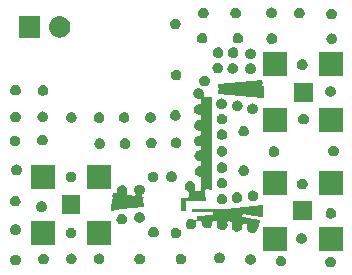
<source format=gts>
G04 #@! TF.GenerationSoftware,KiCad,Pcbnew,(5.0.1)-4*
G04 #@! TF.CreationDate,2019-05-20T12:36:30-07:00*
G04 #@! TF.ProjectId,Fanout_circuit,46616E6F75745F636972637569742E6B,rev?*
G04 #@! TF.SameCoordinates,Original*
G04 #@! TF.FileFunction,Soldermask,Top*
G04 #@! TF.FilePolarity,Negative*
%FSLAX46Y46*%
G04 Gerber Fmt 4.6, Leading zero omitted, Abs format (unit mm)*
G04 Created by KiCad (PCBNEW (5.0.1)-4) date 5/20/2019 12:36:31 PM*
%MOMM*%
%LPD*%
G01*
G04 APERTURE LIST*
%ADD10C,0.200000*%
G04 APERTURE END LIST*
D10*
G36*
X142856552Y-93516331D02*
X142938625Y-93550327D01*
X142938626Y-93550328D01*
X142938629Y-93550329D01*
X143003160Y-93593448D01*
X143012500Y-93599689D01*
X143075311Y-93662500D01*
X143075313Y-93662503D01*
X143075314Y-93662504D01*
X143124671Y-93736371D01*
X143124672Y-93736374D01*
X143124673Y-93736375D01*
X143158669Y-93818448D01*
X143176000Y-93905579D01*
X143176000Y-93994421D01*
X143158669Y-94081552D01*
X143125139Y-94162500D01*
X143124671Y-94163629D01*
X143082995Y-94226000D01*
X143075311Y-94237500D01*
X143012500Y-94300311D01*
X143012497Y-94300313D01*
X143012496Y-94300314D01*
X142938629Y-94349671D01*
X142938626Y-94349672D01*
X142938625Y-94349673D01*
X142856552Y-94383669D01*
X142769421Y-94401000D01*
X142680579Y-94401000D01*
X142593448Y-94383669D01*
X142511375Y-94349673D01*
X142511374Y-94349672D01*
X142511371Y-94349671D01*
X142437504Y-94300314D01*
X142437503Y-94300313D01*
X142437500Y-94300311D01*
X142374689Y-94237500D01*
X142367005Y-94226000D01*
X142325329Y-94163629D01*
X142324861Y-94162500D01*
X142291331Y-94081552D01*
X142274000Y-93994421D01*
X142274000Y-93905579D01*
X142291331Y-93818448D01*
X142325327Y-93736375D01*
X142325328Y-93736374D01*
X142325329Y-93736371D01*
X142374686Y-93662504D01*
X142374687Y-93662503D01*
X142374689Y-93662500D01*
X142437500Y-93599689D01*
X142446840Y-93593448D01*
X142511371Y-93550329D01*
X142511374Y-93550328D01*
X142511375Y-93550327D01*
X142593448Y-93516331D01*
X142680579Y-93499000D01*
X142769421Y-93499000D01*
X142856552Y-93516331D01*
X142856552Y-93516331D01*
G37*
G36*
X138656552Y-93441331D02*
X138738625Y-93475327D01*
X138738626Y-93475328D01*
X138738629Y-93475329D01*
X138812496Y-93524686D01*
X138812500Y-93524689D01*
X138875311Y-93587500D01*
X138875313Y-93587503D01*
X138875314Y-93587504D01*
X138924671Y-93661371D01*
X138924672Y-93661374D01*
X138924673Y-93661375D01*
X138958669Y-93743448D01*
X138976000Y-93830579D01*
X138976000Y-93919421D01*
X138958669Y-94006552D01*
X138924673Y-94088625D01*
X138924671Y-94088629D01*
X138877871Y-94158669D01*
X138875311Y-94162500D01*
X138812500Y-94225311D01*
X138812497Y-94225313D01*
X138812496Y-94225314D01*
X138738629Y-94274671D01*
X138738626Y-94274672D01*
X138738625Y-94274673D01*
X138656552Y-94308669D01*
X138569421Y-94326000D01*
X138480579Y-94326000D01*
X138393448Y-94308669D01*
X138311375Y-94274673D01*
X138311374Y-94274672D01*
X138311371Y-94274671D01*
X138237504Y-94225314D01*
X138237503Y-94225313D01*
X138237500Y-94225311D01*
X138174689Y-94162500D01*
X138172129Y-94158669D01*
X138125329Y-94088629D01*
X138125327Y-94088625D01*
X138091331Y-94006552D01*
X138074000Y-93919421D01*
X138074000Y-93830579D01*
X138091331Y-93743448D01*
X138125327Y-93661375D01*
X138125328Y-93661374D01*
X138125329Y-93661371D01*
X138174686Y-93587504D01*
X138174687Y-93587503D01*
X138174689Y-93587500D01*
X138237500Y-93524689D01*
X138237504Y-93524686D01*
X138311371Y-93475329D01*
X138311374Y-93475328D01*
X138311375Y-93475327D01*
X138393448Y-93441331D01*
X138480579Y-93424000D01*
X138569421Y-93424000D01*
X138656552Y-93441331D01*
X138656552Y-93441331D01*
G37*
G36*
X116181552Y-93341331D02*
X116263625Y-93375327D01*
X116263626Y-93375328D01*
X116263629Y-93375329D01*
X116336469Y-93424000D01*
X116337500Y-93424689D01*
X116400311Y-93487500D01*
X116400313Y-93487503D01*
X116400314Y-93487504D01*
X116449671Y-93561371D01*
X116449672Y-93561374D01*
X116449673Y-93561375D01*
X116483669Y-93643448D01*
X116501000Y-93730579D01*
X116501000Y-93819421D01*
X116483669Y-93906552D01*
X116450139Y-93987500D01*
X116449671Y-93988629D01*
X116407995Y-94051000D01*
X116400311Y-94062500D01*
X116337500Y-94125311D01*
X116337497Y-94125313D01*
X116337496Y-94125314D01*
X116263629Y-94174671D01*
X116263626Y-94174672D01*
X116263625Y-94174673D01*
X116181552Y-94208669D01*
X116094421Y-94226000D01*
X116005579Y-94226000D01*
X115918448Y-94208669D01*
X115836375Y-94174673D01*
X115836374Y-94174672D01*
X115836371Y-94174671D01*
X115762504Y-94125314D01*
X115762503Y-94125313D01*
X115762500Y-94125311D01*
X115699689Y-94062500D01*
X115692005Y-94051000D01*
X115650329Y-93988629D01*
X115649861Y-93987500D01*
X115616331Y-93906552D01*
X115599000Y-93819421D01*
X115599000Y-93730579D01*
X115616331Y-93643448D01*
X115650327Y-93561375D01*
X115650328Y-93561374D01*
X115650329Y-93561371D01*
X115699686Y-93487504D01*
X115699687Y-93487503D01*
X115699689Y-93487500D01*
X115762500Y-93424689D01*
X115763531Y-93424000D01*
X115836371Y-93375329D01*
X115836374Y-93375328D01*
X115836375Y-93375327D01*
X115918448Y-93341331D01*
X116005579Y-93324000D01*
X116094421Y-93324000D01*
X116181552Y-93341331D01*
X116181552Y-93341331D01*
G37*
G36*
X136081552Y-93291331D02*
X136163625Y-93325327D01*
X136163626Y-93325328D01*
X136163629Y-93325329D01*
X136237496Y-93374686D01*
X136237500Y-93374689D01*
X136300311Y-93437500D01*
X136300313Y-93437503D01*
X136300314Y-93437504D01*
X136349671Y-93511371D01*
X136349672Y-93511374D01*
X136349673Y-93511375D01*
X136383669Y-93593448D01*
X136401000Y-93680579D01*
X136401000Y-93769421D01*
X136383669Y-93856552D01*
X136349673Y-93938625D01*
X136349671Y-93938629D01*
X136300314Y-94012496D01*
X136300311Y-94012500D01*
X136237500Y-94075311D01*
X136237497Y-94075313D01*
X136237496Y-94075314D01*
X136163629Y-94124671D01*
X136163626Y-94124672D01*
X136163625Y-94124673D01*
X136081552Y-94158669D01*
X135994421Y-94176000D01*
X135905579Y-94176000D01*
X135818448Y-94158669D01*
X135736375Y-94124673D01*
X135736374Y-94124672D01*
X135736371Y-94124671D01*
X135662504Y-94075314D01*
X135662503Y-94075313D01*
X135662500Y-94075311D01*
X135599689Y-94012500D01*
X135599686Y-94012496D01*
X135550329Y-93938629D01*
X135550327Y-93938625D01*
X135516331Y-93856552D01*
X135499000Y-93769421D01*
X135499000Y-93680579D01*
X135516331Y-93593448D01*
X135550327Y-93511375D01*
X135550328Y-93511374D01*
X135550329Y-93511371D01*
X135599686Y-93437504D01*
X135599687Y-93437503D01*
X135599689Y-93437500D01*
X135662500Y-93374689D01*
X135662504Y-93374686D01*
X135736371Y-93325329D01*
X135736374Y-93325328D01*
X135736375Y-93325327D01*
X135818448Y-93291331D01*
X135905579Y-93274000D01*
X135994421Y-93274000D01*
X136081552Y-93291331D01*
X136081552Y-93291331D01*
G37*
G36*
X126706552Y-93266331D02*
X126788625Y-93300327D01*
X126788626Y-93300328D01*
X126788629Y-93300329D01*
X126862496Y-93349686D01*
X126862500Y-93349689D01*
X126925311Y-93412500D01*
X126925313Y-93412503D01*
X126925314Y-93412504D01*
X126974671Y-93486371D01*
X126974672Y-93486374D01*
X126974673Y-93486375D01*
X127008669Y-93568448D01*
X127026000Y-93655579D01*
X127026000Y-93744421D01*
X127008669Y-93831552D01*
X126974673Y-93913625D01*
X126974671Y-93913629D01*
X126942016Y-93962500D01*
X126925311Y-93987500D01*
X126862500Y-94050311D01*
X126862497Y-94050313D01*
X126862496Y-94050314D01*
X126788629Y-94099671D01*
X126788626Y-94099672D01*
X126788625Y-94099673D01*
X126706552Y-94133669D01*
X126619421Y-94151000D01*
X126530579Y-94151000D01*
X126443448Y-94133669D01*
X126361375Y-94099673D01*
X126361374Y-94099672D01*
X126361371Y-94099671D01*
X126287504Y-94050314D01*
X126287503Y-94050313D01*
X126287500Y-94050311D01*
X126224689Y-93987500D01*
X126207984Y-93962500D01*
X126175329Y-93913629D01*
X126175327Y-93913625D01*
X126141331Y-93831552D01*
X126124000Y-93744421D01*
X126124000Y-93655579D01*
X126141331Y-93568448D01*
X126175327Y-93486375D01*
X126175328Y-93486374D01*
X126175329Y-93486371D01*
X126224686Y-93412504D01*
X126224687Y-93412503D01*
X126224689Y-93412500D01*
X126287500Y-93349689D01*
X126287504Y-93349686D01*
X126361371Y-93300329D01*
X126361374Y-93300328D01*
X126361375Y-93300327D01*
X126443448Y-93266331D01*
X126530579Y-93249000D01*
X126619421Y-93249000D01*
X126706552Y-93266331D01*
X126706552Y-93266331D01*
G37*
G36*
X130181552Y-93266331D02*
X130263625Y-93300327D01*
X130263626Y-93300328D01*
X130263629Y-93300329D01*
X130337496Y-93349686D01*
X130337500Y-93349689D01*
X130400311Y-93412500D01*
X130400313Y-93412503D01*
X130400314Y-93412504D01*
X130449671Y-93486371D01*
X130449672Y-93486374D01*
X130449673Y-93486375D01*
X130483669Y-93568448D01*
X130501000Y-93655579D01*
X130501000Y-93744421D01*
X130483669Y-93831552D01*
X130449673Y-93913625D01*
X130449671Y-93913629D01*
X130417016Y-93962500D01*
X130400311Y-93987500D01*
X130337500Y-94050311D01*
X130337497Y-94050313D01*
X130337496Y-94050314D01*
X130263629Y-94099671D01*
X130263626Y-94099672D01*
X130263625Y-94099673D01*
X130181552Y-94133669D01*
X130094421Y-94151000D01*
X130005579Y-94151000D01*
X129918448Y-94133669D01*
X129836375Y-94099673D01*
X129836374Y-94099672D01*
X129836371Y-94099671D01*
X129762504Y-94050314D01*
X129762503Y-94050313D01*
X129762500Y-94050311D01*
X129699689Y-93987500D01*
X129682984Y-93962500D01*
X129650329Y-93913629D01*
X129650327Y-93913625D01*
X129616331Y-93831552D01*
X129599000Y-93744421D01*
X129599000Y-93655579D01*
X129616331Y-93568448D01*
X129650327Y-93486375D01*
X129650328Y-93486374D01*
X129650329Y-93486371D01*
X129699686Y-93412504D01*
X129699687Y-93412503D01*
X129699689Y-93412500D01*
X129762500Y-93349689D01*
X129762504Y-93349686D01*
X129836371Y-93300329D01*
X129836374Y-93300328D01*
X129836375Y-93300327D01*
X129918448Y-93266331D01*
X130005579Y-93249000D01*
X130094421Y-93249000D01*
X130181552Y-93266331D01*
X130181552Y-93266331D01*
G37*
G36*
X118556552Y-93266331D02*
X118638625Y-93300327D01*
X118638626Y-93300328D01*
X118638629Y-93300329D01*
X118712496Y-93349686D01*
X118712500Y-93349689D01*
X118775311Y-93412500D01*
X118775313Y-93412503D01*
X118775314Y-93412504D01*
X118824671Y-93486371D01*
X118824672Y-93486374D01*
X118824673Y-93486375D01*
X118858669Y-93568448D01*
X118876000Y-93655579D01*
X118876000Y-93744421D01*
X118858669Y-93831552D01*
X118824673Y-93913625D01*
X118824671Y-93913629D01*
X118792016Y-93962500D01*
X118775311Y-93987500D01*
X118712500Y-94050311D01*
X118712497Y-94050313D01*
X118712496Y-94050314D01*
X118638629Y-94099671D01*
X118638626Y-94099672D01*
X118638625Y-94099673D01*
X118556552Y-94133669D01*
X118469421Y-94151000D01*
X118380579Y-94151000D01*
X118293448Y-94133669D01*
X118211375Y-94099673D01*
X118211374Y-94099672D01*
X118211371Y-94099671D01*
X118137504Y-94050314D01*
X118137503Y-94050313D01*
X118137500Y-94050311D01*
X118074689Y-93987500D01*
X118057984Y-93962500D01*
X118025329Y-93913629D01*
X118025327Y-93913625D01*
X117991331Y-93831552D01*
X117974000Y-93744421D01*
X117974000Y-93655579D01*
X117991331Y-93568448D01*
X118025327Y-93486375D01*
X118025328Y-93486374D01*
X118025329Y-93486371D01*
X118074686Y-93412504D01*
X118074687Y-93412503D01*
X118074689Y-93412500D01*
X118137500Y-93349689D01*
X118137504Y-93349686D01*
X118211371Y-93300329D01*
X118211374Y-93300328D01*
X118211375Y-93300327D01*
X118293448Y-93266331D01*
X118380579Y-93249000D01*
X118469421Y-93249000D01*
X118556552Y-93266331D01*
X118556552Y-93266331D01*
G37*
G36*
X120906552Y-93241331D02*
X120988625Y-93275327D01*
X120988626Y-93275328D01*
X120988629Y-93275329D01*
X121061469Y-93324000D01*
X121062500Y-93324689D01*
X121125311Y-93387500D01*
X121125313Y-93387503D01*
X121125314Y-93387504D01*
X121174671Y-93461371D01*
X121174672Y-93461374D01*
X121174673Y-93461375D01*
X121208669Y-93543448D01*
X121226000Y-93630579D01*
X121226000Y-93719421D01*
X121208669Y-93806552D01*
X121175139Y-93887500D01*
X121174671Y-93888629D01*
X121125314Y-93962496D01*
X121125311Y-93962500D01*
X121062500Y-94025311D01*
X121062497Y-94025313D01*
X121062496Y-94025314D01*
X120988629Y-94074671D01*
X120988626Y-94074672D01*
X120988625Y-94074673D01*
X120906552Y-94108669D01*
X120819421Y-94126000D01*
X120730579Y-94126000D01*
X120643448Y-94108669D01*
X120561375Y-94074673D01*
X120561374Y-94074672D01*
X120561371Y-94074671D01*
X120487504Y-94025314D01*
X120487503Y-94025313D01*
X120487500Y-94025311D01*
X120424689Y-93962500D01*
X120424686Y-93962496D01*
X120375329Y-93888629D01*
X120374861Y-93887500D01*
X120341331Y-93806552D01*
X120324000Y-93719421D01*
X120324000Y-93630579D01*
X120341331Y-93543448D01*
X120375327Y-93461375D01*
X120375328Y-93461374D01*
X120375329Y-93461371D01*
X120424686Y-93387504D01*
X120424687Y-93387503D01*
X120424689Y-93387500D01*
X120487500Y-93324689D01*
X120488531Y-93324000D01*
X120561371Y-93275329D01*
X120561374Y-93275328D01*
X120561375Y-93275327D01*
X120643448Y-93241331D01*
X120730579Y-93224000D01*
X120819421Y-93224000D01*
X120906552Y-93241331D01*
X120906552Y-93241331D01*
G37*
G36*
X123256552Y-93241331D02*
X123338625Y-93275327D01*
X123338626Y-93275328D01*
X123338629Y-93275329D01*
X123411469Y-93324000D01*
X123412500Y-93324689D01*
X123475311Y-93387500D01*
X123475313Y-93387503D01*
X123475314Y-93387504D01*
X123524671Y-93461371D01*
X123524672Y-93461374D01*
X123524673Y-93461375D01*
X123558669Y-93543448D01*
X123576000Y-93630579D01*
X123576000Y-93719421D01*
X123558669Y-93806552D01*
X123525139Y-93887500D01*
X123524671Y-93888629D01*
X123475314Y-93962496D01*
X123475311Y-93962500D01*
X123412500Y-94025311D01*
X123412497Y-94025313D01*
X123412496Y-94025314D01*
X123338629Y-94074671D01*
X123338626Y-94074672D01*
X123338625Y-94074673D01*
X123256552Y-94108669D01*
X123169421Y-94126000D01*
X123080579Y-94126000D01*
X122993448Y-94108669D01*
X122911375Y-94074673D01*
X122911374Y-94074672D01*
X122911371Y-94074671D01*
X122837504Y-94025314D01*
X122837503Y-94025313D01*
X122837500Y-94025311D01*
X122774689Y-93962500D01*
X122774686Y-93962496D01*
X122725329Y-93888629D01*
X122724861Y-93887500D01*
X122691331Y-93806552D01*
X122674000Y-93719421D01*
X122674000Y-93630579D01*
X122691331Y-93543448D01*
X122725327Y-93461375D01*
X122725328Y-93461374D01*
X122725329Y-93461371D01*
X122774686Y-93387504D01*
X122774687Y-93387503D01*
X122774689Y-93387500D01*
X122837500Y-93324689D01*
X122838531Y-93324000D01*
X122911371Y-93275329D01*
X122911374Y-93275328D01*
X122911375Y-93275327D01*
X122993448Y-93241331D01*
X123080579Y-93224000D01*
X123169421Y-93224000D01*
X123256552Y-93241331D01*
X123256552Y-93241331D01*
G37*
G36*
X133456552Y-93166331D02*
X133538625Y-93200327D01*
X133538626Y-93200328D01*
X133538629Y-93200329D01*
X133611469Y-93249000D01*
X133612500Y-93249689D01*
X133675311Y-93312500D01*
X133675313Y-93312503D01*
X133675314Y-93312504D01*
X133724671Y-93386371D01*
X133724672Y-93386374D01*
X133724673Y-93386375D01*
X133758669Y-93468448D01*
X133776000Y-93555579D01*
X133776000Y-93644421D01*
X133758669Y-93731552D01*
X133724673Y-93813625D01*
X133724671Y-93813629D01*
X133695990Y-93856552D01*
X133675311Y-93887500D01*
X133612500Y-93950311D01*
X133612497Y-93950313D01*
X133612496Y-93950314D01*
X133538629Y-93999671D01*
X133538626Y-93999672D01*
X133538625Y-93999673D01*
X133456552Y-94033669D01*
X133369421Y-94051000D01*
X133280579Y-94051000D01*
X133193448Y-94033669D01*
X133111375Y-93999673D01*
X133111374Y-93999672D01*
X133111371Y-93999671D01*
X133037504Y-93950314D01*
X133037503Y-93950313D01*
X133037500Y-93950311D01*
X132974689Y-93887500D01*
X132954010Y-93856552D01*
X132925329Y-93813629D01*
X132925327Y-93813625D01*
X132891331Y-93731552D01*
X132874000Y-93644421D01*
X132874000Y-93555579D01*
X132891331Y-93468448D01*
X132925327Y-93386375D01*
X132925328Y-93386374D01*
X132925329Y-93386371D01*
X132974686Y-93312504D01*
X132974687Y-93312503D01*
X132974689Y-93312500D01*
X133037500Y-93249689D01*
X133038531Y-93249000D01*
X133111371Y-93200329D01*
X133111374Y-93200328D01*
X133111375Y-93200327D01*
X133193448Y-93166331D01*
X133280579Y-93149000D01*
X133369421Y-93149000D01*
X133456552Y-93166331D01*
X133456552Y-93166331D01*
G37*
G36*
X143751000Y-93001000D02*
X141749000Y-93001000D01*
X141749000Y-90999000D01*
X143751000Y-90999000D01*
X143751000Y-93001000D01*
X143751000Y-93001000D01*
G37*
G36*
X139001000Y-93001000D02*
X136999000Y-93001000D01*
X136999000Y-90999000D01*
X139001000Y-90999000D01*
X139001000Y-93001000D01*
X139001000Y-93001000D01*
G37*
G36*
X124126000Y-92501000D02*
X122124000Y-92501000D01*
X122124000Y-90499000D01*
X124126000Y-90499000D01*
X124126000Y-92501000D01*
X124126000Y-92501000D01*
G37*
G36*
X119376000Y-92501000D02*
X117374000Y-92501000D01*
X117374000Y-90499000D01*
X119376000Y-90499000D01*
X119376000Y-92501000D01*
X119376000Y-92501000D01*
G37*
G36*
X140406552Y-91516331D02*
X140488625Y-91550327D01*
X140488626Y-91550328D01*
X140488629Y-91550329D01*
X140562496Y-91599686D01*
X140562500Y-91599689D01*
X140625311Y-91662500D01*
X140625313Y-91662503D01*
X140625314Y-91662504D01*
X140674671Y-91736371D01*
X140674672Y-91736374D01*
X140674673Y-91736375D01*
X140708669Y-91818448D01*
X140726000Y-91905579D01*
X140726000Y-91994421D01*
X140708669Y-92081552D01*
X140674673Y-92163625D01*
X140674671Y-92163629D01*
X140625314Y-92237496D01*
X140625311Y-92237500D01*
X140562500Y-92300311D01*
X140562497Y-92300313D01*
X140562496Y-92300314D01*
X140488629Y-92349671D01*
X140488626Y-92349672D01*
X140488625Y-92349673D01*
X140406552Y-92383669D01*
X140319421Y-92401000D01*
X140230579Y-92401000D01*
X140143448Y-92383669D01*
X140061375Y-92349673D01*
X140061374Y-92349672D01*
X140061371Y-92349671D01*
X139987504Y-92300314D01*
X139987503Y-92300313D01*
X139987500Y-92300311D01*
X139924689Y-92237500D01*
X139924686Y-92237496D01*
X139875329Y-92163629D01*
X139875327Y-92163625D01*
X139841331Y-92081552D01*
X139824000Y-91994421D01*
X139824000Y-91905579D01*
X139841331Y-91818448D01*
X139875327Y-91736375D01*
X139875328Y-91736374D01*
X139875329Y-91736371D01*
X139924686Y-91662504D01*
X139924687Y-91662503D01*
X139924689Y-91662500D01*
X139987500Y-91599689D01*
X139987504Y-91599686D01*
X140061371Y-91550329D01*
X140061374Y-91550328D01*
X140061375Y-91550327D01*
X140143448Y-91516331D01*
X140230579Y-91499000D01*
X140319421Y-91499000D01*
X140406552Y-91516331D01*
X140406552Y-91516331D01*
G37*
G36*
X120881552Y-91066331D02*
X120963625Y-91100327D01*
X120963626Y-91100328D01*
X120963629Y-91100329D01*
X121037496Y-91149686D01*
X121037500Y-91149689D01*
X121100311Y-91212500D01*
X121100313Y-91212503D01*
X121100314Y-91212504D01*
X121149671Y-91286371D01*
X121149672Y-91286374D01*
X121149673Y-91286375D01*
X121183669Y-91368448D01*
X121201000Y-91455579D01*
X121201000Y-91544421D01*
X121183669Y-91631552D01*
X121150139Y-91712500D01*
X121149671Y-91713629D01*
X121100314Y-91787496D01*
X121100311Y-91787500D01*
X121037500Y-91850311D01*
X121037497Y-91850313D01*
X121037496Y-91850314D01*
X120963629Y-91899671D01*
X120963626Y-91899672D01*
X120963625Y-91899673D01*
X120881552Y-91933669D01*
X120794421Y-91951000D01*
X120705579Y-91951000D01*
X120618448Y-91933669D01*
X120536375Y-91899673D01*
X120536374Y-91899672D01*
X120536371Y-91899671D01*
X120462504Y-91850314D01*
X120462503Y-91850313D01*
X120462500Y-91850311D01*
X120399689Y-91787500D01*
X120399686Y-91787496D01*
X120350329Y-91713629D01*
X120349861Y-91712500D01*
X120316331Y-91631552D01*
X120299000Y-91544421D01*
X120299000Y-91455579D01*
X120316331Y-91368448D01*
X120350327Y-91286375D01*
X120350328Y-91286374D01*
X120350329Y-91286371D01*
X120399686Y-91212504D01*
X120399687Y-91212503D01*
X120399689Y-91212500D01*
X120462500Y-91149689D01*
X120462504Y-91149686D01*
X120536371Y-91100329D01*
X120536374Y-91100328D01*
X120536375Y-91100327D01*
X120618448Y-91066331D01*
X120705579Y-91049000D01*
X120794421Y-91049000D01*
X120881552Y-91066331D01*
X120881552Y-91066331D01*
G37*
G36*
X129756552Y-91066331D02*
X129838625Y-91100327D01*
X129838626Y-91100328D01*
X129838629Y-91100329D01*
X129912496Y-91149686D01*
X129912500Y-91149689D01*
X129975311Y-91212500D01*
X129975313Y-91212503D01*
X129975314Y-91212504D01*
X130024671Y-91286371D01*
X130024672Y-91286374D01*
X130024673Y-91286375D01*
X130058669Y-91368448D01*
X130076000Y-91455579D01*
X130076000Y-91544421D01*
X130058669Y-91631552D01*
X130025139Y-91712500D01*
X130024671Y-91713629D01*
X129975314Y-91787496D01*
X129975311Y-91787500D01*
X129912500Y-91850311D01*
X129912497Y-91850313D01*
X129912496Y-91850314D01*
X129838629Y-91899671D01*
X129838626Y-91899672D01*
X129838625Y-91899673D01*
X129756552Y-91933669D01*
X129669421Y-91951000D01*
X129580579Y-91951000D01*
X129493448Y-91933669D01*
X129411375Y-91899673D01*
X129411374Y-91899672D01*
X129411371Y-91899671D01*
X129337504Y-91850314D01*
X129337503Y-91850313D01*
X129337500Y-91850311D01*
X129274689Y-91787500D01*
X129274686Y-91787496D01*
X129225329Y-91713629D01*
X129224861Y-91712500D01*
X129191331Y-91631552D01*
X129174000Y-91544421D01*
X129174000Y-91455579D01*
X129191331Y-91368448D01*
X129225327Y-91286375D01*
X129225328Y-91286374D01*
X129225329Y-91286371D01*
X129274686Y-91212504D01*
X129274687Y-91212503D01*
X129274689Y-91212500D01*
X129337500Y-91149689D01*
X129337504Y-91149686D01*
X129411371Y-91100329D01*
X129411374Y-91100328D01*
X129411375Y-91100327D01*
X129493448Y-91066331D01*
X129580579Y-91049000D01*
X129669421Y-91049000D01*
X129756552Y-91066331D01*
X129756552Y-91066331D01*
G37*
G36*
X127856552Y-90991331D02*
X127938625Y-91025327D01*
X127938626Y-91025328D01*
X127938629Y-91025329D01*
X128004616Y-91069421D01*
X128012500Y-91074689D01*
X128075311Y-91137500D01*
X128075313Y-91137503D01*
X128075314Y-91137504D01*
X128124671Y-91211371D01*
X128124672Y-91211374D01*
X128124673Y-91211375D01*
X128158669Y-91293448D01*
X128176000Y-91380579D01*
X128176000Y-91469421D01*
X128158669Y-91556552D01*
X128124673Y-91638625D01*
X128124671Y-91638629D01*
X128075314Y-91712496D01*
X128075311Y-91712500D01*
X128012500Y-91775311D01*
X128012497Y-91775313D01*
X128012496Y-91775314D01*
X127938629Y-91824671D01*
X127938626Y-91824672D01*
X127938625Y-91824673D01*
X127856552Y-91858669D01*
X127769421Y-91876000D01*
X127680579Y-91876000D01*
X127593448Y-91858669D01*
X127511375Y-91824673D01*
X127511374Y-91824672D01*
X127511371Y-91824671D01*
X127437504Y-91775314D01*
X127437503Y-91775313D01*
X127437500Y-91775311D01*
X127374689Y-91712500D01*
X127374686Y-91712496D01*
X127325329Y-91638629D01*
X127325327Y-91638625D01*
X127291331Y-91556552D01*
X127274000Y-91469421D01*
X127274000Y-91380579D01*
X127291331Y-91293448D01*
X127325327Y-91211375D01*
X127325328Y-91211374D01*
X127325329Y-91211371D01*
X127374686Y-91137504D01*
X127374687Y-91137503D01*
X127374689Y-91137500D01*
X127437500Y-91074689D01*
X127445384Y-91069421D01*
X127511371Y-91025329D01*
X127511374Y-91025328D01*
X127511375Y-91025327D01*
X127593448Y-90991331D01*
X127680579Y-90974000D01*
X127769421Y-90974000D01*
X127856552Y-90991331D01*
X127856552Y-90991331D01*
G37*
G36*
X116181552Y-90766331D02*
X116263625Y-90800327D01*
X116263626Y-90800328D01*
X116263629Y-90800329D01*
X116337496Y-90849686D01*
X116337500Y-90849689D01*
X116400311Y-90912500D01*
X116400313Y-90912503D01*
X116400314Y-90912504D01*
X116449671Y-90986371D01*
X116449672Y-90986374D01*
X116449673Y-90986375D01*
X116483669Y-91068448D01*
X116501000Y-91155579D01*
X116501000Y-91244421D01*
X116483669Y-91331552D01*
X116449673Y-91413625D01*
X116449671Y-91413629D01*
X116412392Y-91469420D01*
X116400311Y-91487500D01*
X116337500Y-91550311D01*
X116337497Y-91550313D01*
X116337496Y-91550314D01*
X116263629Y-91599671D01*
X116263626Y-91599672D01*
X116263625Y-91599673D01*
X116181552Y-91633669D01*
X116094421Y-91651000D01*
X116005579Y-91651000D01*
X115918448Y-91633669D01*
X115836375Y-91599673D01*
X115836374Y-91599672D01*
X115836371Y-91599671D01*
X115762504Y-91550314D01*
X115762503Y-91550313D01*
X115762500Y-91550311D01*
X115699689Y-91487500D01*
X115687608Y-91469420D01*
X115650329Y-91413629D01*
X115650327Y-91413625D01*
X115616331Y-91331552D01*
X115599000Y-91244421D01*
X115599000Y-91155579D01*
X115616331Y-91068448D01*
X115650327Y-90986375D01*
X115650328Y-90986374D01*
X115650329Y-90986371D01*
X115699686Y-90912504D01*
X115699687Y-90912503D01*
X115699689Y-90912500D01*
X115762500Y-90849689D01*
X115762504Y-90849686D01*
X115836371Y-90800329D01*
X115836374Y-90800328D01*
X115836375Y-90800327D01*
X115918448Y-90766331D01*
X116005579Y-90749000D01*
X116094421Y-90749000D01*
X116181552Y-90766331D01*
X116181552Y-90766331D01*
G37*
G36*
X137000000Y-90125000D02*
X136251712Y-90037310D01*
X135370949Y-89934096D01*
X135346449Y-89933643D01*
X135322331Y-89937978D01*
X135299523Y-89946936D01*
X135278900Y-89960171D01*
X135261256Y-89977175D01*
X135247268Y-89997294D01*
X135237473Y-90019756D01*
X135232250Y-90043697D01*
X135231797Y-90068197D01*
X135236132Y-90092315D01*
X135245090Y-90115123D01*
X135258325Y-90135746D01*
X135275329Y-90153390D01*
X135295448Y-90167378D01*
X135317910Y-90177173D01*
X135337637Y-90181829D01*
X136274294Y-90324000D01*
X136762826Y-90398152D01*
X136762827Y-90398152D01*
X136775000Y-90400000D01*
X136675000Y-90950000D01*
X136666606Y-90948563D01*
X136648966Y-90950687D01*
X136625676Y-90958306D01*
X136604320Y-90970323D01*
X136585719Y-90986274D01*
X136570588Y-91005549D01*
X136559507Y-91027404D01*
X136552903Y-91051002D01*
X136551518Y-91066818D01*
X136533669Y-91156552D01*
X136504902Y-91226000D01*
X136499671Y-91238629D01*
X136450314Y-91312496D01*
X136450311Y-91312500D01*
X136387500Y-91375311D01*
X136387497Y-91375313D01*
X136387496Y-91375314D01*
X136313629Y-91424671D01*
X136313626Y-91424672D01*
X136313625Y-91424673D01*
X136231552Y-91458669D01*
X136144421Y-91476000D01*
X136055579Y-91476000D01*
X135968448Y-91458669D01*
X135886375Y-91424673D01*
X135886374Y-91424672D01*
X135886371Y-91424671D01*
X135812504Y-91375314D01*
X135812503Y-91375313D01*
X135812500Y-91375311D01*
X135749689Y-91312500D01*
X135749686Y-91312496D01*
X135700329Y-91238629D01*
X135695098Y-91226000D01*
X135666331Y-91156552D01*
X135649000Y-91069421D01*
X135649000Y-90980579D01*
X135663616Y-90907099D01*
X135666018Y-90882713D01*
X135663616Y-90858327D01*
X135656503Y-90834877D01*
X135644952Y-90813267D01*
X135629406Y-90794325D01*
X135610464Y-90778779D01*
X135588853Y-90767228D01*
X135562108Y-90759505D01*
X135500737Y-90749000D01*
X135394246Y-90730772D01*
X135369806Y-90729025D01*
X135345493Y-90732080D01*
X135322243Y-90739819D01*
X135300950Y-90751946D01*
X135282431Y-90767994D01*
X135267399Y-90787346D01*
X135256432Y-90809259D01*
X135249950Y-90832890D01*
X135248203Y-90857332D01*
X135250559Y-90878364D01*
X135251000Y-90880581D01*
X135251000Y-90969421D01*
X135233669Y-91056552D01*
X135200139Y-91137500D01*
X135199671Y-91138629D01*
X135151063Y-91211375D01*
X135150311Y-91212500D01*
X135087500Y-91275311D01*
X135087497Y-91275313D01*
X135087496Y-91275314D01*
X135013629Y-91324671D01*
X135013626Y-91324672D01*
X135013625Y-91324673D01*
X134931552Y-91358669D01*
X134844421Y-91376000D01*
X134755579Y-91376000D01*
X134668448Y-91358669D01*
X134586375Y-91324673D01*
X134586374Y-91324672D01*
X134586371Y-91324671D01*
X134512504Y-91275314D01*
X134512503Y-91275313D01*
X134512500Y-91275311D01*
X134449689Y-91212500D01*
X134448937Y-91211375D01*
X134400329Y-91138629D01*
X134399861Y-91137500D01*
X134366331Y-91056552D01*
X134349000Y-90969421D01*
X134349000Y-90880579D01*
X134366331Y-90793448D01*
X134398721Y-90715252D01*
X134405834Y-90691803D01*
X134408236Y-90667417D01*
X134405834Y-90643031D01*
X134398721Y-90619581D01*
X134387170Y-90597971D01*
X134371624Y-90579029D01*
X134352682Y-90563483D01*
X134331071Y-90551932D01*
X134304325Y-90544209D01*
X134131075Y-90514554D01*
X134106633Y-90512807D01*
X134082320Y-90515862D01*
X134059070Y-90523602D01*
X134037777Y-90535728D01*
X134019259Y-90551776D01*
X134004227Y-90571128D01*
X133993260Y-90593041D01*
X133986778Y-90616673D01*
X133985031Y-90641115D01*
X133987388Y-90662149D01*
X134001000Y-90730580D01*
X134001000Y-90819421D01*
X133983669Y-90906552D01*
X133950605Y-90986375D01*
X133949671Y-90988629D01*
X133900314Y-91062496D01*
X133900311Y-91062500D01*
X133837500Y-91125311D01*
X133837497Y-91125313D01*
X133837496Y-91125314D01*
X133763629Y-91174671D01*
X133763626Y-91174672D01*
X133763625Y-91174673D01*
X133681552Y-91208669D01*
X133594421Y-91226000D01*
X133505579Y-91226000D01*
X133418448Y-91208669D01*
X133336375Y-91174673D01*
X133336374Y-91174672D01*
X133336371Y-91174671D01*
X133262504Y-91125314D01*
X133262503Y-91125313D01*
X133262500Y-91125311D01*
X133199689Y-91062500D01*
X133199686Y-91062496D01*
X133150329Y-90988629D01*
X133149395Y-90986375D01*
X133116331Y-90906552D01*
X133099000Y-90819421D01*
X133099000Y-90730579D01*
X133117257Y-90638793D01*
X133121627Y-90624385D01*
X133124029Y-90599998D01*
X133121627Y-90575612D01*
X133114513Y-90552163D01*
X133102962Y-90530552D01*
X133087416Y-90511610D01*
X133068474Y-90496065D01*
X133046863Y-90484514D01*
X133023414Y-90477402D01*
X132999029Y-90475000D01*
X132851000Y-90475000D01*
X132826614Y-90477402D01*
X132803165Y-90484515D01*
X132781554Y-90496066D01*
X132762612Y-90511612D01*
X132747066Y-90530554D01*
X132735515Y-90552165D01*
X132728402Y-90575614D01*
X132726000Y-90600000D01*
X132726000Y-90694421D01*
X132708669Y-90781552D01*
X132674673Y-90863625D01*
X132674671Y-90863629D01*
X132642016Y-90912500D01*
X132625311Y-90937500D01*
X132562500Y-91000311D01*
X132562497Y-91000313D01*
X132562496Y-91000314D01*
X132488629Y-91049671D01*
X132488626Y-91049672D01*
X132488625Y-91049673D01*
X132406552Y-91083669D01*
X132319421Y-91101000D01*
X132230579Y-91101000D01*
X132143448Y-91083669D01*
X132061375Y-91049673D01*
X132061374Y-91049672D01*
X132061371Y-91049671D01*
X131987504Y-91000314D01*
X131987503Y-91000313D01*
X131987500Y-91000311D01*
X131924689Y-90937500D01*
X131907984Y-90912500D01*
X131875329Y-90863629D01*
X131875327Y-90863625D01*
X131841331Y-90781552D01*
X131824000Y-90694421D01*
X131824000Y-90600000D01*
X131821598Y-90575614D01*
X131814485Y-90552165D01*
X131802934Y-90530554D01*
X131787388Y-90511612D01*
X131768446Y-90496066D01*
X131746835Y-90484515D01*
X131723386Y-90477402D01*
X131699000Y-90475000D01*
X131457448Y-90475000D01*
X131433062Y-90477402D01*
X131409613Y-90484515D01*
X131388002Y-90496066D01*
X131369060Y-90511612D01*
X131353514Y-90530554D01*
X131341963Y-90552165D01*
X131334850Y-90575614D01*
X131332448Y-90600000D01*
X131334850Y-90624386D01*
X131351000Y-90705579D01*
X131351000Y-90794421D01*
X131333669Y-90881552D01*
X131305032Y-90950687D01*
X131299671Y-90963629D01*
X131257057Y-91027404D01*
X131250311Y-91037500D01*
X131187500Y-91100311D01*
X131187497Y-91100313D01*
X131187496Y-91100314D01*
X131113629Y-91149671D01*
X131113626Y-91149672D01*
X131113625Y-91149673D01*
X131031552Y-91183669D01*
X130944421Y-91201000D01*
X130855579Y-91201000D01*
X130768448Y-91183669D01*
X130686375Y-91149673D01*
X130686374Y-91149672D01*
X130686371Y-91149671D01*
X130612504Y-91100314D01*
X130612503Y-91100313D01*
X130612500Y-91100311D01*
X130549689Y-91037500D01*
X130542943Y-91027404D01*
X130500329Y-90963629D01*
X130494968Y-90950687D01*
X130466331Y-90881552D01*
X130449000Y-90794421D01*
X130449000Y-90705579D01*
X130466331Y-90618448D01*
X130500327Y-90536375D01*
X130500328Y-90536374D01*
X130500329Y-90536371D01*
X130549686Y-90462504D01*
X130549687Y-90462503D01*
X130549689Y-90462500D01*
X130612500Y-90399689D01*
X130612504Y-90399686D01*
X130686371Y-90350329D01*
X130686374Y-90350328D01*
X130686375Y-90350327D01*
X130768448Y-90316331D01*
X130855579Y-90299000D01*
X130944421Y-90299000D01*
X131031552Y-90316331D01*
X131113625Y-90350327D01*
X131113626Y-90350328D01*
X131113629Y-90350329D01*
X131187496Y-90399686D01*
X131188545Y-90400387D01*
X131205554Y-90414347D01*
X131227165Y-90425898D01*
X131250614Y-90433011D01*
X131275000Y-90435413D01*
X131299386Y-90433011D01*
X131322835Y-90425898D01*
X131344446Y-90414347D01*
X131363388Y-90398801D01*
X131378934Y-90379859D01*
X131390485Y-90358248D01*
X131397598Y-90334799D01*
X131400000Y-90310413D01*
X131400000Y-90025000D01*
X132688736Y-89999976D01*
X132713071Y-89997102D01*
X132736377Y-89989535D01*
X132757760Y-89977566D01*
X132776397Y-89961656D01*
X132791571Y-89942415D01*
X132802701Y-89920584D01*
X132809357Y-89897002D01*
X132811285Y-89872573D01*
X132808411Y-89848238D01*
X132800844Y-89824932D01*
X132788875Y-89803549D01*
X132772965Y-89784912D01*
X132753724Y-89769738D01*
X132731893Y-89758608D01*
X132708311Y-89751952D01*
X132686309Y-89750000D01*
X130975000Y-89750000D01*
X130975000Y-89500000D01*
X130987036Y-89499895D01*
X130987038Y-89499895D01*
X133844110Y-89475051D01*
X133855852Y-89474396D01*
X136987756Y-89151263D01*
X136987757Y-89151263D01*
X137000000Y-89150000D01*
X137000000Y-90125000D01*
X137000000Y-90125000D01*
G37*
G36*
X125181552Y-89891331D02*
X125263625Y-89925327D01*
X125263626Y-89925328D01*
X125263629Y-89925329D01*
X125317995Y-89961656D01*
X125337500Y-89974689D01*
X125400311Y-90037500D01*
X125400313Y-90037503D01*
X125400314Y-90037504D01*
X125449671Y-90111371D01*
X125449672Y-90111374D01*
X125449673Y-90111375D01*
X125483669Y-90193448D01*
X125501000Y-90280579D01*
X125501000Y-90369421D01*
X125483669Y-90456552D01*
X125450605Y-90536375D01*
X125449671Y-90538629D01*
X125402871Y-90608669D01*
X125400311Y-90612500D01*
X125337500Y-90675311D01*
X125337497Y-90675313D01*
X125337496Y-90675314D01*
X125263629Y-90724671D01*
X125263626Y-90724672D01*
X125263625Y-90724673D01*
X125181552Y-90758669D01*
X125094421Y-90776000D01*
X125005579Y-90776000D01*
X124918448Y-90758669D01*
X124836375Y-90724673D01*
X124836374Y-90724672D01*
X124836371Y-90724671D01*
X124762504Y-90675314D01*
X124762503Y-90675313D01*
X124762500Y-90675311D01*
X124699689Y-90612500D01*
X124697129Y-90608669D01*
X124650329Y-90538629D01*
X124649395Y-90536375D01*
X124616331Y-90456552D01*
X124599000Y-90369421D01*
X124599000Y-90280579D01*
X124616331Y-90193448D01*
X124650327Y-90111375D01*
X124650328Y-90111374D01*
X124650329Y-90111371D01*
X124699686Y-90037504D01*
X124699687Y-90037503D01*
X124699689Y-90037500D01*
X124762500Y-89974689D01*
X124782005Y-89961656D01*
X124836371Y-89925329D01*
X124836374Y-89925328D01*
X124836375Y-89925327D01*
X124918448Y-89891331D01*
X125005579Y-89874000D01*
X125094421Y-89874000D01*
X125181552Y-89891331D01*
X125181552Y-89891331D01*
G37*
G36*
X126681552Y-89741331D02*
X126763625Y-89775327D01*
X126763626Y-89775328D01*
X126763629Y-89775329D01*
X126837496Y-89824686D01*
X126837500Y-89824689D01*
X126900311Y-89887500D01*
X126900313Y-89887503D01*
X126900314Y-89887504D01*
X126949671Y-89961371D01*
X126949672Y-89961374D01*
X126949673Y-89961375D01*
X126983669Y-90043448D01*
X127001000Y-90130579D01*
X127001000Y-90219421D01*
X126983669Y-90306552D01*
X126955180Y-90375329D01*
X126949671Y-90388629D01*
X126900314Y-90462496D01*
X126900311Y-90462500D01*
X126837500Y-90525311D01*
X126837497Y-90525313D01*
X126837496Y-90525314D01*
X126763629Y-90574671D01*
X126763626Y-90574672D01*
X126763625Y-90574673D01*
X126681552Y-90608669D01*
X126594421Y-90626000D01*
X126505579Y-90626000D01*
X126418448Y-90608669D01*
X126336375Y-90574673D01*
X126336374Y-90574672D01*
X126336371Y-90574671D01*
X126262504Y-90525314D01*
X126262503Y-90525313D01*
X126262500Y-90525311D01*
X126199689Y-90462500D01*
X126199686Y-90462496D01*
X126150329Y-90388629D01*
X126144820Y-90375329D01*
X126116331Y-90306552D01*
X126099000Y-90219421D01*
X126099000Y-90130579D01*
X126116331Y-90043448D01*
X126150327Y-89961375D01*
X126150328Y-89961374D01*
X126150329Y-89961371D01*
X126199686Y-89887504D01*
X126199687Y-89887503D01*
X126199689Y-89887500D01*
X126262500Y-89824689D01*
X126262504Y-89824686D01*
X126336371Y-89775329D01*
X126336374Y-89775328D01*
X126336375Y-89775327D01*
X126418448Y-89741331D01*
X126505579Y-89724000D01*
X126594421Y-89724000D01*
X126681552Y-89741331D01*
X126681552Y-89741331D01*
G37*
G36*
X141176000Y-90426000D02*
X139574000Y-90426000D01*
X139574000Y-88824000D01*
X141176000Y-88824000D01*
X141176000Y-90426000D01*
X141176000Y-90426000D01*
G37*
G36*
X142881552Y-89391331D02*
X142963625Y-89425327D01*
X142963626Y-89425328D01*
X142963629Y-89425329D01*
X143037496Y-89474686D01*
X143037500Y-89474689D01*
X143100311Y-89537500D01*
X143100313Y-89537503D01*
X143100314Y-89537504D01*
X143149671Y-89611371D01*
X143149672Y-89611374D01*
X143149673Y-89611375D01*
X143183669Y-89693448D01*
X143201000Y-89780579D01*
X143201000Y-89869421D01*
X143183669Y-89956552D01*
X143150139Y-90037500D01*
X143149671Y-90038629D01*
X143101063Y-90111375D01*
X143100311Y-90112500D01*
X143037500Y-90175311D01*
X143037497Y-90175313D01*
X143037496Y-90175314D01*
X142963629Y-90224671D01*
X142963626Y-90224672D01*
X142963625Y-90224673D01*
X142881552Y-90258669D01*
X142794421Y-90276000D01*
X142705579Y-90276000D01*
X142618448Y-90258669D01*
X142536375Y-90224673D01*
X142536374Y-90224672D01*
X142536371Y-90224671D01*
X142462504Y-90175314D01*
X142462503Y-90175313D01*
X142462500Y-90175311D01*
X142399689Y-90112500D01*
X142398937Y-90111375D01*
X142350329Y-90038629D01*
X142349861Y-90037500D01*
X142316331Y-89956552D01*
X142299000Y-89869421D01*
X142299000Y-89780579D01*
X142316331Y-89693448D01*
X142350327Y-89611375D01*
X142350328Y-89611374D01*
X142350329Y-89611371D01*
X142399686Y-89537504D01*
X142399687Y-89537503D01*
X142399689Y-89537500D01*
X142462500Y-89474689D01*
X142462504Y-89474686D01*
X142536371Y-89425329D01*
X142536374Y-89425328D01*
X142536375Y-89425327D01*
X142618448Y-89391331D01*
X142705579Y-89374000D01*
X142794421Y-89374000D01*
X142881552Y-89391331D01*
X142881552Y-89391331D01*
G37*
G36*
X121551000Y-89926000D02*
X119949000Y-89926000D01*
X119949000Y-88324000D01*
X121551000Y-88324000D01*
X121551000Y-89926000D01*
X121551000Y-89926000D01*
G37*
G36*
X118381552Y-88816331D02*
X118463625Y-88850327D01*
X118463626Y-88850328D01*
X118463629Y-88850329D01*
X118537496Y-88899686D01*
X118537500Y-88899689D01*
X118600311Y-88962500D01*
X118600313Y-88962503D01*
X118600314Y-88962504D01*
X118649671Y-89036371D01*
X118649672Y-89036374D01*
X118649673Y-89036375D01*
X118683669Y-89118448D01*
X118701000Y-89205579D01*
X118701000Y-89294421D01*
X118683669Y-89381552D01*
X118649673Y-89463625D01*
X118649671Y-89463629D01*
X118617143Y-89512310D01*
X118600311Y-89537500D01*
X118537500Y-89600311D01*
X118537497Y-89600313D01*
X118537496Y-89600314D01*
X118463629Y-89649671D01*
X118463626Y-89649672D01*
X118463625Y-89649673D01*
X118381552Y-89683669D01*
X118294421Y-89701000D01*
X118205579Y-89701000D01*
X118118448Y-89683669D01*
X118036375Y-89649673D01*
X118036374Y-89649672D01*
X118036371Y-89649671D01*
X117962504Y-89600314D01*
X117962503Y-89600313D01*
X117962500Y-89600311D01*
X117899689Y-89537500D01*
X117882857Y-89512310D01*
X117850329Y-89463629D01*
X117850327Y-89463625D01*
X117816331Y-89381552D01*
X117799000Y-89294421D01*
X117799000Y-89205579D01*
X117816331Y-89118448D01*
X117850327Y-89036375D01*
X117850328Y-89036374D01*
X117850329Y-89036371D01*
X117899686Y-88962504D01*
X117899687Y-88962503D01*
X117899689Y-88962500D01*
X117962500Y-88899689D01*
X117962504Y-88899686D01*
X118036371Y-88850329D01*
X118036374Y-88850328D01*
X118036375Y-88850327D01*
X118118448Y-88816331D01*
X118205579Y-88799000D01*
X118294421Y-88799000D01*
X118381552Y-88816331D01*
X118381552Y-88816331D01*
G37*
G36*
X131681552Y-79241331D02*
X131763625Y-79275327D01*
X131763626Y-79275328D01*
X131763629Y-79275329D01*
X131837496Y-79324686D01*
X131837500Y-79324689D01*
X131900311Y-79387500D01*
X131900313Y-79387503D01*
X131900314Y-79387504D01*
X131949671Y-79461371D01*
X131949672Y-79461374D01*
X131949673Y-79461375D01*
X131983669Y-79543448D01*
X132001000Y-79630579D01*
X132001000Y-79719421D01*
X131982743Y-79811207D01*
X131978373Y-79825615D01*
X131975971Y-79850002D01*
X131978373Y-79874388D01*
X131985487Y-79897837D01*
X131997038Y-79919448D01*
X132012584Y-79938390D01*
X132031526Y-79953935D01*
X132053137Y-79965486D01*
X132076586Y-79972598D01*
X132100971Y-79975000D01*
X132250000Y-79975000D01*
X132250000Y-79977890D01*
X132268052Y-79989952D01*
X132289663Y-80001503D01*
X132313112Y-80008617D01*
X132337498Y-80011019D01*
X132361885Y-80008617D01*
X132385334Y-80001505D01*
X132406948Y-79989952D01*
X132425000Y-79977890D01*
X132425000Y-79975000D01*
X132700000Y-79975000D01*
X132700000Y-87850000D01*
X132425000Y-87850000D01*
X132425000Y-87845676D01*
X132417996Y-87835194D01*
X132402450Y-87816252D01*
X132383508Y-87800707D01*
X132361897Y-87789156D01*
X132338448Y-87782044D01*
X132314061Y-87779642D01*
X132289675Y-87782044D01*
X132266226Y-87789158D01*
X132250834Y-87797385D01*
X132250000Y-87797551D01*
X132250000Y-87800000D01*
X132237690Y-87800000D01*
X132230492Y-87801432D01*
X132220641Y-87802402D01*
X132197192Y-87809515D01*
X132175581Y-87821066D01*
X132156639Y-87836612D01*
X132141093Y-87855554D01*
X132129542Y-87877165D01*
X132122429Y-87900614D01*
X132120027Y-87925000D01*
X132122429Y-87949387D01*
X132122551Y-87950000D01*
X132125000Y-87950000D01*
X132125000Y-88300000D01*
X132122551Y-88300000D01*
X132122385Y-88300834D01*
X132114157Y-88316229D01*
X132107044Y-88339678D01*
X132104642Y-88364064D01*
X132107044Y-88388450D01*
X132114157Y-88411899D01*
X132125709Y-88433510D01*
X132141254Y-88452452D01*
X132160194Y-88467996D01*
X132170676Y-88475000D01*
X132175000Y-88475000D01*
X132175000Y-88775000D01*
X130650000Y-88775000D01*
X130650000Y-88773092D01*
X130630998Y-88771221D01*
X130606612Y-88773623D01*
X130583163Y-88780737D01*
X130561552Y-88792288D01*
X130542610Y-88807834D01*
X130527065Y-88826776D01*
X130515514Y-88848388D01*
X130508401Y-88871837D01*
X130506000Y-88896221D01*
X130506000Y-89676000D01*
X130104000Y-89676000D01*
X130104000Y-88574000D01*
X130530172Y-88574000D01*
X130554558Y-88571598D01*
X130578007Y-88564485D01*
X130599618Y-88552934D01*
X130618560Y-88537388D01*
X130634106Y-88518446D01*
X130645657Y-88496835D01*
X130650000Y-88482518D01*
X130650000Y-88475000D01*
X130654325Y-88475000D01*
X130664806Y-88467996D01*
X130683748Y-88452450D01*
X130699293Y-88433508D01*
X130710844Y-88411897D01*
X130717956Y-88388448D01*
X130720358Y-88364061D01*
X130717956Y-88339675D01*
X130710842Y-88316226D01*
X130702615Y-88300834D01*
X130702449Y-88300000D01*
X130700000Y-88300000D01*
X130700000Y-88069905D01*
X130697598Y-88045519D01*
X130690485Y-88022070D01*
X130678934Y-88000459D01*
X130663388Y-87981517D01*
X130644446Y-87965971D01*
X130622836Y-87954420D01*
X130612955Y-87950327D01*
X130611371Y-87949671D01*
X130537504Y-87900314D01*
X130537503Y-87900313D01*
X130537500Y-87900311D01*
X130474689Y-87837500D01*
X130474686Y-87837496D01*
X130425329Y-87763629D01*
X130419547Y-87749671D01*
X130391331Y-87681552D01*
X130374000Y-87594421D01*
X130374000Y-87505579D01*
X130391331Y-87418448D01*
X130425327Y-87336375D01*
X130425328Y-87336374D01*
X130425329Y-87336371D01*
X130474686Y-87262504D01*
X130474687Y-87262503D01*
X130474689Y-87262500D01*
X130537500Y-87199689D01*
X130561475Y-87183669D01*
X130611371Y-87150329D01*
X130611374Y-87150328D01*
X130611375Y-87150327D01*
X130693448Y-87116331D01*
X130780579Y-87099000D01*
X130869421Y-87099000D01*
X130956552Y-87116331D01*
X131038625Y-87150327D01*
X131038626Y-87150328D01*
X131038629Y-87150329D01*
X131088525Y-87183669D01*
X131112500Y-87199689D01*
X131175311Y-87262500D01*
X131175313Y-87262503D01*
X131175314Y-87262504D01*
X131224671Y-87336371D01*
X131224672Y-87336374D01*
X131224673Y-87336375D01*
X131258669Y-87418448D01*
X131276000Y-87505579D01*
X131276000Y-87594421D01*
X131258669Y-87681552D01*
X131220961Y-87772587D01*
X131218521Y-87777150D01*
X131211405Y-87800598D01*
X131209000Y-87824984D01*
X131211399Y-87849371D01*
X131218509Y-87872821D01*
X131230057Y-87894433D01*
X131245600Y-87913377D01*
X131264541Y-87928925D01*
X131286150Y-87940479D01*
X131309598Y-87947595D01*
X131334000Y-87950000D01*
X131654973Y-87950000D01*
X131679359Y-87947598D01*
X131702808Y-87940485D01*
X131724419Y-87928934D01*
X131743361Y-87913388D01*
X131758907Y-87894446D01*
X131770458Y-87872835D01*
X131777571Y-87849386D01*
X131779973Y-87825000D01*
X131777571Y-87800613D01*
X131777449Y-87800000D01*
X131775000Y-87800000D01*
X131775000Y-86851000D01*
X131772598Y-86826614D01*
X131765485Y-86803165D01*
X131753934Y-86781554D01*
X131738388Y-86762612D01*
X131719446Y-86747066D01*
X131697835Y-86735515D01*
X131674386Y-86728402D01*
X131650000Y-86726000D01*
X131630579Y-86726000D01*
X131543448Y-86708669D01*
X131461375Y-86674673D01*
X131461374Y-86674672D01*
X131461371Y-86674671D01*
X131387504Y-86625314D01*
X131387503Y-86625313D01*
X131387500Y-86625311D01*
X131324689Y-86562500D01*
X131324686Y-86562496D01*
X131275329Y-86488629D01*
X131274861Y-86487500D01*
X131241331Y-86406552D01*
X131224000Y-86319421D01*
X131224000Y-86230579D01*
X131241331Y-86143448D01*
X131275327Y-86061375D01*
X131275328Y-86061374D01*
X131275329Y-86061371D01*
X131324686Y-85987504D01*
X131324687Y-85987503D01*
X131324689Y-85987500D01*
X131387500Y-85924689D01*
X131387504Y-85924686D01*
X131461371Y-85875329D01*
X131461374Y-85875328D01*
X131461375Y-85875327D01*
X131543448Y-85841331D01*
X131630579Y-85824000D01*
X131650000Y-85824000D01*
X131674386Y-85821598D01*
X131697835Y-85814485D01*
X131719446Y-85802934D01*
X131738388Y-85787388D01*
X131753934Y-85768446D01*
X131765485Y-85746835D01*
X131772598Y-85723386D01*
X131775000Y-85699000D01*
X131775000Y-85526000D01*
X131772598Y-85501614D01*
X131765485Y-85478165D01*
X131753934Y-85456554D01*
X131738388Y-85437612D01*
X131719446Y-85422066D01*
X131697835Y-85410515D01*
X131674386Y-85403402D01*
X131650000Y-85401000D01*
X131605579Y-85401000D01*
X131518448Y-85383669D01*
X131436375Y-85349673D01*
X131436374Y-85349672D01*
X131436371Y-85349671D01*
X131362504Y-85300314D01*
X131362503Y-85300313D01*
X131362500Y-85300311D01*
X131299689Y-85237500D01*
X131299686Y-85237496D01*
X131250329Y-85163629D01*
X131250327Y-85163625D01*
X131216331Y-85081552D01*
X131199000Y-84994421D01*
X131199000Y-84905579D01*
X131216331Y-84818448D01*
X131250327Y-84736375D01*
X131250328Y-84736374D01*
X131250329Y-84736371D01*
X131299686Y-84662504D01*
X131299687Y-84662503D01*
X131299689Y-84662500D01*
X131362500Y-84599689D01*
X131370384Y-84594421D01*
X131436371Y-84550329D01*
X131436374Y-84550328D01*
X131436375Y-84550327D01*
X131518448Y-84516331D01*
X131605579Y-84499000D01*
X131650000Y-84499000D01*
X131674386Y-84496598D01*
X131697835Y-84489485D01*
X131719446Y-84477934D01*
X131738388Y-84462388D01*
X131753934Y-84443446D01*
X131765485Y-84421835D01*
X131772598Y-84398386D01*
X131775000Y-84374000D01*
X131775000Y-84276000D01*
X131772598Y-84251614D01*
X131765485Y-84228165D01*
X131753934Y-84206554D01*
X131738388Y-84187612D01*
X131719446Y-84172066D01*
X131697835Y-84160515D01*
X131674386Y-84153402D01*
X131650000Y-84151000D01*
X131580579Y-84151000D01*
X131493448Y-84133669D01*
X131411375Y-84099673D01*
X131411374Y-84099672D01*
X131411371Y-84099671D01*
X131337504Y-84050314D01*
X131337503Y-84050313D01*
X131337500Y-84050311D01*
X131274689Y-83987500D01*
X131274686Y-83987496D01*
X131225329Y-83913629D01*
X131224861Y-83912500D01*
X131191331Y-83831552D01*
X131174000Y-83744421D01*
X131174000Y-83655579D01*
X131191331Y-83568448D01*
X131225327Y-83486375D01*
X131225328Y-83486374D01*
X131225329Y-83486371D01*
X131274686Y-83412504D01*
X131274687Y-83412503D01*
X131274689Y-83412500D01*
X131337500Y-83349689D01*
X131337504Y-83349686D01*
X131411371Y-83300329D01*
X131411374Y-83300328D01*
X131411375Y-83300327D01*
X131493448Y-83266331D01*
X131580579Y-83249000D01*
X131650000Y-83249000D01*
X131674386Y-83246598D01*
X131697835Y-83239485D01*
X131719446Y-83227934D01*
X131738388Y-83212388D01*
X131753934Y-83193446D01*
X131765485Y-83171835D01*
X131772598Y-83148386D01*
X131775000Y-83124000D01*
X131775000Y-82951000D01*
X131772598Y-82926614D01*
X131765485Y-82903165D01*
X131753934Y-82881554D01*
X131738388Y-82862612D01*
X131719446Y-82847066D01*
X131697835Y-82835515D01*
X131674386Y-82828402D01*
X131650000Y-82826000D01*
X131580579Y-82826000D01*
X131493448Y-82808669D01*
X131411375Y-82774673D01*
X131411374Y-82774672D01*
X131411371Y-82774671D01*
X131337504Y-82725314D01*
X131337503Y-82725313D01*
X131337500Y-82725311D01*
X131274689Y-82662500D01*
X131273937Y-82661375D01*
X131225329Y-82588629D01*
X131224861Y-82587500D01*
X131191331Y-82506552D01*
X131174000Y-82419421D01*
X131174000Y-82330579D01*
X131191331Y-82243448D01*
X131225327Y-82161375D01*
X131225328Y-82161374D01*
X131225329Y-82161371D01*
X131274686Y-82087504D01*
X131274687Y-82087503D01*
X131274689Y-82087500D01*
X131337500Y-82024689D01*
X131337504Y-82024686D01*
X131411371Y-81975329D01*
X131411374Y-81975328D01*
X131411375Y-81975327D01*
X131493448Y-81941331D01*
X131580579Y-81924000D01*
X131650000Y-81924000D01*
X131674386Y-81921598D01*
X131697835Y-81914485D01*
X131719446Y-81902934D01*
X131738388Y-81887388D01*
X131753934Y-81868446D01*
X131765485Y-81846835D01*
X131772598Y-81823386D01*
X131775000Y-81799000D01*
X131775000Y-81601000D01*
X131772598Y-81576614D01*
X131765485Y-81553165D01*
X131753934Y-81531554D01*
X131738388Y-81512612D01*
X131719446Y-81497066D01*
X131697835Y-81485515D01*
X131674386Y-81478402D01*
X131650000Y-81476000D01*
X131555579Y-81476000D01*
X131468448Y-81458669D01*
X131386375Y-81424673D01*
X131386374Y-81424672D01*
X131386371Y-81424671D01*
X131312504Y-81375314D01*
X131312503Y-81375313D01*
X131312500Y-81375311D01*
X131249689Y-81312500D01*
X131248937Y-81311375D01*
X131200329Y-81238629D01*
X131199861Y-81237500D01*
X131166331Y-81156552D01*
X131149000Y-81069421D01*
X131149000Y-80980579D01*
X131166331Y-80893448D01*
X131200327Y-80811375D01*
X131200328Y-80811374D01*
X131200329Y-80811371D01*
X131249686Y-80737504D01*
X131249687Y-80737503D01*
X131249689Y-80737500D01*
X131312500Y-80674689D01*
X131312504Y-80674686D01*
X131386371Y-80625329D01*
X131386374Y-80625328D01*
X131386375Y-80625327D01*
X131468448Y-80591331D01*
X131555579Y-80574000D01*
X131650000Y-80574000D01*
X131674386Y-80571598D01*
X131697835Y-80564485D01*
X131719446Y-80552934D01*
X131738388Y-80537388D01*
X131753934Y-80518446D01*
X131765485Y-80496835D01*
X131772598Y-80473386D01*
X131775000Y-80449000D01*
X131775000Y-80242393D01*
X131772598Y-80218007D01*
X131765485Y-80194558D01*
X131753934Y-80172947D01*
X131738388Y-80154005D01*
X131719446Y-80138459D01*
X131697835Y-80126908D01*
X131674386Y-80119795D01*
X131650000Y-80117393D01*
X131625615Y-80119795D01*
X131594420Y-80126000D01*
X131505579Y-80126000D01*
X131418448Y-80108669D01*
X131336375Y-80074673D01*
X131336374Y-80074672D01*
X131336371Y-80074671D01*
X131262504Y-80025314D01*
X131262503Y-80025313D01*
X131262500Y-80025311D01*
X131199689Y-79962500D01*
X131183579Y-79938390D01*
X131150329Y-79888629D01*
X131137919Y-79858669D01*
X131116331Y-79806552D01*
X131099000Y-79719421D01*
X131099000Y-79630579D01*
X131116331Y-79543448D01*
X131150327Y-79461375D01*
X131150328Y-79461374D01*
X131150329Y-79461371D01*
X131199686Y-79387504D01*
X131199687Y-79387503D01*
X131199689Y-79387500D01*
X131262500Y-79324689D01*
X131262504Y-79324686D01*
X131336371Y-79275329D01*
X131336374Y-79275328D01*
X131336375Y-79275327D01*
X131418448Y-79241331D01*
X131505579Y-79224000D01*
X131594421Y-79224000D01*
X131681552Y-79241331D01*
X131681552Y-79241331D01*
G37*
G36*
X126681552Y-87416331D02*
X126763625Y-87450327D01*
X126763626Y-87450328D01*
X126763629Y-87450329D01*
X126820942Y-87488625D01*
X126837500Y-87499689D01*
X126900311Y-87562500D01*
X126900313Y-87562503D01*
X126900314Y-87562504D01*
X126949671Y-87636371D01*
X126949672Y-87636374D01*
X126949673Y-87636375D01*
X126983669Y-87718448D01*
X127001000Y-87805579D01*
X127001000Y-87894421D01*
X126983669Y-87981552D01*
X126950139Y-88062500D01*
X126949671Y-88063629D01*
X126901063Y-88136375D01*
X126900311Y-88137500D01*
X126837497Y-88200314D01*
X126815238Y-88215187D01*
X126796296Y-88230732D01*
X126780751Y-88249674D01*
X126769200Y-88271285D01*
X126762087Y-88294734D01*
X126759685Y-88319121D01*
X126762087Y-88343507D01*
X126769200Y-88366956D01*
X126780752Y-88388567D01*
X126796297Y-88407509D01*
X126815239Y-88423054D01*
X126836850Y-88434605D01*
X126869461Y-88443189D01*
X126925000Y-88450000D01*
X126922752Y-88463488D01*
X126886997Y-88678023D01*
X126875000Y-88750000D01*
X126872024Y-88749660D01*
X126867733Y-88754227D01*
X126852786Y-88773645D01*
X126841914Y-88795606D01*
X126835536Y-88819265D01*
X126833896Y-88843714D01*
X126837057Y-88868014D01*
X126844898Y-88891230D01*
X126857118Y-88912470D01*
X126873246Y-88930918D01*
X126879899Y-88936039D01*
X126879670Y-88936317D01*
X126895700Y-88949562D01*
X126900000Y-88950000D01*
X126900000Y-89275000D01*
X126891484Y-89276016D01*
X126891483Y-89276016D01*
X125014342Y-89499895D01*
X124175000Y-89600000D01*
X124177651Y-89501924D01*
X124199667Y-88687312D01*
X124199667Y-88687311D01*
X124200000Y-88675000D01*
X124210228Y-88676042D01*
X124224003Y-88672812D01*
X124246311Y-88662671D01*
X124266212Y-88648374D01*
X124282941Y-88630469D01*
X124295856Y-88609644D01*
X124304460Y-88586700D01*
X124308422Y-88562518D01*
X124307591Y-88538028D01*
X124301998Y-88514171D01*
X124291857Y-88491863D01*
X124277560Y-88471962D01*
X124264478Y-88459117D01*
X124254295Y-88450491D01*
X124250000Y-88450000D01*
X124275000Y-88125000D01*
X124454988Y-88147074D01*
X124498016Y-88152351D01*
X124522513Y-88152936D01*
X124546654Y-88148730D01*
X124569510Y-88139895D01*
X124590204Y-88126771D01*
X124607939Y-88109863D01*
X124622035Y-88089819D01*
X124631950Y-88067410D01*
X124637302Y-88043497D01*
X124637887Y-88019000D01*
X124635830Y-88003895D01*
X124624000Y-87944421D01*
X124624000Y-87855579D01*
X124641331Y-87768448D01*
X124675327Y-87686375D01*
X124675328Y-87686374D01*
X124675329Y-87686371D01*
X124724686Y-87612504D01*
X124724687Y-87612503D01*
X124724689Y-87612500D01*
X124787500Y-87549689D01*
X124787504Y-87549686D01*
X124861371Y-87500329D01*
X124861374Y-87500328D01*
X124861375Y-87500327D01*
X124943448Y-87466331D01*
X125030579Y-87449000D01*
X125119421Y-87449000D01*
X125206552Y-87466331D01*
X125288625Y-87500327D01*
X125288626Y-87500328D01*
X125288629Y-87500329D01*
X125362496Y-87549686D01*
X125362500Y-87549689D01*
X125425311Y-87612500D01*
X125425313Y-87612503D01*
X125425314Y-87612504D01*
X125474671Y-87686371D01*
X125474672Y-87686374D01*
X125474673Y-87686375D01*
X125508669Y-87768448D01*
X125526000Y-87855579D01*
X125526000Y-87944421D01*
X125508669Y-88031552D01*
X125475108Y-88112575D01*
X125467995Y-88136024D01*
X125465593Y-88160410D01*
X125467995Y-88184796D01*
X125475108Y-88208246D01*
X125486659Y-88229856D01*
X125502205Y-88248798D01*
X125521147Y-88264344D01*
X125542758Y-88275895D01*
X125575377Y-88284480D01*
X125710077Y-88301000D01*
X126094246Y-88348115D01*
X126118739Y-88348700D01*
X126142880Y-88344494D01*
X126165736Y-88335660D01*
X126186429Y-88322536D01*
X126204165Y-88305627D01*
X126218261Y-88285583D01*
X126228176Y-88263174D01*
X126233528Y-88239261D01*
X126234113Y-88214764D01*
X126229907Y-88190623D01*
X126221073Y-88167767D01*
X126207949Y-88147074D01*
X126200344Y-88138479D01*
X126199690Y-88137500D01*
X126199686Y-88137496D01*
X126150329Y-88063629D01*
X126149861Y-88062500D01*
X126116331Y-87981552D01*
X126099000Y-87894421D01*
X126099000Y-87805579D01*
X126116331Y-87718448D01*
X126150327Y-87636375D01*
X126150328Y-87636374D01*
X126150329Y-87636371D01*
X126199686Y-87562504D01*
X126199687Y-87562503D01*
X126199689Y-87562500D01*
X126262500Y-87499689D01*
X126279058Y-87488625D01*
X126336371Y-87450329D01*
X126336374Y-87450328D01*
X126336375Y-87450327D01*
X126418448Y-87416331D01*
X126505579Y-87399000D01*
X126594421Y-87399000D01*
X126681552Y-87416331D01*
X126681552Y-87416331D01*
G37*
G36*
X116156552Y-88366331D02*
X116238625Y-88400327D01*
X116238626Y-88400328D01*
X116238629Y-88400329D01*
X116312496Y-88449686D01*
X116312500Y-88449689D01*
X116375311Y-88512500D01*
X116375313Y-88512503D01*
X116375314Y-88512504D01*
X116424671Y-88586371D01*
X116424672Y-88586374D01*
X116424673Y-88586375D01*
X116458669Y-88668448D01*
X116476000Y-88755579D01*
X116476000Y-88844421D01*
X116458669Y-88931552D01*
X116424673Y-89013625D01*
X116424671Y-89013629D01*
X116382995Y-89076000D01*
X116375311Y-89087500D01*
X116312500Y-89150311D01*
X116312497Y-89150313D01*
X116312496Y-89150314D01*
X116238629Y-89199671D01*
X116238626Y-89199672D01*
X116238625Y-89199673D01*
X116156552Y-89233669D01*
X116069421Y-89251000D01*
X115980579Y-89251000D01*
X115893448Y-89233669D01*
X115811375Y-89199673D01*
X115811374Y-89199672D01*
X115811371Y-89199671D01*
X115737504Y-89150314D01*
X115737503Y-89150313D01*
X115737500Y-89150311D01*
X115674689Y-89087500D01*
X115667005Y-89076000D01*
X115625329Y-89013629D01*
X115625327Y-89013625D01*
X115591331Y-88931552D01*
X115574000Y-88844421D01*
X115574000Y-88755579D01*
X115591331Y-88668448D01*
X115625327Y-88586375D01*
X115625328Y-88586374D01*
X115625329Y-88586371D01*
X115674686Y-88512504D01*
X115674687Y-88512503D01*
X115674689Y-88512500D01*
X115737500Y-88449689D01*
X115737504Y-88449686D01*
X115811371Y-88400329D01*
X115811374Y-88400328D01*
X115811375Y-88400327D01*
X115893448Y-88366331D01*
X115980579Y-88349000D01*
X116069421Y-88349000D01*
X116156552Y-88366331D01*
X116156552Y-88366331D01*
G37*
G36*
X133656552Y-88191331D02*
X133738625Y-88225327D01*
X133738626Y-88225328D01*
X133738629Y-88225329D01*
X133795267Y-88263174D01*
X133812500Y-88274689D01*
X133875311Y-88337500D01*
X133875313Y-88337503D01*
X133875314Y-88337504D01*
X133924671Y-88411371D01*
X133924672Y-88411374D01*
X133924673Y-88411375D01*
X133958669Y-88493448D01*
X133976000Y-88580579D01*
X133976000Y-88669421D01*
X133958669Y-88756552D01*
X133929581Y-88826776D01*
X133924671Y-88838629D01*
X133883882Y-88899673D01*
X133875311Y-88912500D01*
X133812500Y-88975311D01*
X133812497Y-88975313D01*
X133812496Y-88975314D01*
X133738629Y-89024671D01*
X133738626Y-89024672D01*
X133738625Y-89024673D01*
X133656552Y-89058669D01*
X133569421Y-89076000D01*
X133480579Y-89076000D01*
X133393448Y-89058669D01*
X133311375Y-89024673D01*
X133311374Y-89024672D01*
X133311371Y-89024671D01*
X133237504Y-88975314D01*
X133237503Y-88975313D01*
X133237500Y-88975311D01*
X133174689Y-88912500D01*
X133166118Y-88899673D01*
X133125329Y-88838629D01*
X133120419Y-88826776D01*
X133091331Y-88756552D01*
X133074000Y-88669421D01*
X133074000Y-88580579D01*
X133091331Y-88493448D01*
X133125327Y-88411375D01*
X133125328Y-88411374D01*
X133125329Y-88411371D01*
X133174686Y-88337504D01*
X133174687Y-88337503D01*
X133174689Y-88337500D01*
X133237500Y-88274689D01*
X133254733Y-88263174D01*
X133311371Y-88225329D01*
X133311374Y-88225328D01*
X133311375Y-88225327D01*
X133393448Y-88191331D01*
X133480579Y-88174000D01*
X133569421Y-88174000D01*
X133656552Y-88191331D01*
X133656552Y-88191331D01*
G37*
G36*
X134931552Y-88066331D02*
X135013625Y-88100327D01*
X135013626Y-88100328D01*
X135013629Y-88100329D01*
X135086065Y-88148730D01*
X135087500Y-88149689D01*
X135150311Y-88212500D01*
X135150313Y-88212503D01*
X135150314Y-88212504D01*
X135199671Y-88286371D01*
X135199672Y-88286374D01*
X135199673Y-88286375D01*
X135233669Y-88368448D01*
X135251000Y-88455579D01*
X135251000Y-88544421D01*
X135233669Y-88631552D01*
X135199673Y-88713625D01*
X135199671Y-88713629D01*
X135152871Y-88783669D01*
X135150311Y-88787500D01*
X135087500Y-88850311D01*
X135087497Y-88850313D01*
X135087496Y-88850314D01*
X135013629Y-88899671D01*
X135013626Y-88899672D01*
X135013625Y-88899673D01*
X134931552Y-88933669D01*
X134844421Y-88951000D01*
X134755579Y-88951000D01*
X134668448Y-88933669D01*
X134586375Y-88899673D01*
X134586374Y-88899672D01*
X134586371Y-88899671D01*
X134512504Y-88850314D01*
X134512503Y-88850313D01*
X134512500Y-88850311D01*
X134449689Y-88787500D01*
X134447129Y-88783669D01*
X134400329Y-88713629D01*
X134400327Y-88713625D01*
X134366331Y-88631552D01*
X134349000Y-88544421D01*
X134349000Y-88455579D01*
X134366331Y-88368448D01*
X134400327Y-88286375D01*
X134400328Y-88286374D01*
X134400329Y-88286371D01*
X134449686Y-88212504D01*
X134449687Y-88212503D01*
X134449689Y-88212500D01*
X134512500Y-88149689D01*
X134513935Y-88148730D01*
X134586371Y-88100329D01*
X134586374Y-88100328D01*
X134586375Y-88100327D01*
X134668448Y-88066331D01*
X134755579Y-88049000D01*
X134844421Y-88049000D01*
X134931552Y-88066331D01*
X134931552Y-88066331D01*
G37*
G36*
X136281552Y-87916331D02*
X136363625Y-87950327D01*
X136363626Y-87950328D01*
X136363629Y-87950329D01*
X136437496Y-87999686D01*
X136437500Y-87999689D01*
X136500311Y-88062500D01*
X136500313Y-88062503D01*
X136500314Y-88062504D01*
X136549671Y-88136371D01*
X136549672Y-88136374D01*
X136549673Y-88136375D01*
X136583669Y-88218448D01*
X136601000Y-88305579D01*
X136601000Y-88394421D01*
X136583669Y-88481552D01*
X136549673Y-88563625D01*
X136549671Y-88563629D01*
X136500314Y-88637496D01*
X136500311Y-88637500D01*
X136437500Y-88700311D01*
X136437497Y-88700313D01*
X136437496Y-88700314D01*
X136363629Y-88749671D01*
X136363626Y-88749672D01*
X136363625Y-88749673D01*
X136281552Y-88783669D01*
X136194421Y-88801000D01*
X136105579Y-88801000D01*
X136018448Y-88783669D01*
X135936375Y-88749673D01*
X135936374Y-88749672D01*
X135936371Y-88749671D01*
X135862504Y-88700314D01*
X135862503Y-88700313D01*
X135862500Y-88700311D01*
X135799689Y-88637500D01*
X135799686Y-88637496D01*
X135750329Y-88563629D01*
X135750327Y-88563625D01*
X135716331Y-88481552D01*
X135699000Y-88394421D01*
X135699000Y-88305579D01*
X135716331Y-88218448D01*
X135750327Y-88136375D01*
X135750328Y-88136374D01*
X135750329Y-88136371D01*
X135799686Y-88062504D01*
X135799687Y-88062503D01*
X135799689Y-88062500D01*
X135862500Y-87999689D01*
X135862504Y-87999686D01*
X135936371Y-87950329D01*
X135936374Y-87950328D01*
X135936375Y-87950327D01*
X136018448Y-87916331D01*
X136105579Y-87899000D01*
X136194421Y-87899000D01*
X136281552Y-87916331D01*
X136281552Y-87916331D01*
G37*
G36*
X143751000Y-88251000D02*
X141749000Y-88251000D01*
X141749000Y-86249000D01*
X143751000Y-86249000D01*
X143751000Y-88251000D01*
X143751000Y-88251000D01*
G37*
G36*
X139001000Y-88251000D02*
X136999000Y-88251000D01*
X136999000Y-86249000D01*
X139001000Y-86249000D01*
X139001000Y-88251000D01*
X139001000Y-88251000D01*
G37*
G36*
X140456552Y-86916331D02*
X140538625Y-86950327D01*
X140538626Y-86950328D01*
X140538629Y-86950329D01*
X140612496Y-86999686D01*
X140612500Y-86999689D01*
X140675311Y-87062500D01*
X140675313Y-87062503D01*
X140675314Y-87062504D01*
X140724671Y-87136371D01*
X140724672Y-87136374D01*
X140724673Y-87136375D01*
X140758669Y-87218448D01*
X140776000Y-87305579D01*
X140776000Y-87394421D01*
X140758669Y-87481552D01*
X140725139Y-87562500D01*
X140724671Y-87563629D01*
X140676063Y-87636375D01*
X140675311Y-87637500D01*
X140612500Y-87700311D01*
X140612497Y-87700313D01*
X140612496Y-87700314D01*
X140538629Y-87749671D01*
X140538626Y-87749672D01*
X140538625Y-87749673D01*
X140456552Y-87783669D01*
X140369421Y-87801000D01*
X140280579Y-87801000D01*
X140193448Y-87783669D01*
X140111375Y-87749673D01*
X140111374Y-87749672D01*
X140111371Y-87749671D01*
X140037504Y-87700314D01*
X140037503Y-87700313D01*
X140037500Y-87700311D01*
X139974689Y-87637500D01*
X139973937Y-87636375D01*
X139925329Y-87563629D01*
X139924861Y-87562500D01*
X139891331Y-87481552D01*
X139874000Y-87394421D01*
X139874000Y-87305579D01*
X139891331Y-87218448D01*
X139925327Y-87136375D01*
X139925328Y-87136374D01*
X139925329Y-87136371D01*
X139974686Y-87062504D01*
X139974687Y-87062503D01*
X139974689Y-87062500D01*
X140037500Y-86999689D01*
X140037504Y-86999686D01*
X140111371Y-86950329D01*
X140111374Y-86950328D01*
X140111375Y-86950327D01*
X140193448Y-86916331D01*
X140280579Y-86899000D01*
X140369421Y-86899000D01*
X140456552Y-86916331D01*
X140456552Y-86916331D01*
G37*
G36*
X119376000Y-87751000D02*
X117374000Y-87751000D01*
X117374000Y-85749000D01*
X119376000Y-85749000D01*
X119376000Y-87751000D01*
X119376000Y-87751000D01*
G37*
G36*
X124126000Y-87751000D02*
X122124000Y-87751000D01*
X122124000Y-85749000D01*
X124126000Y-85749000D01*
X124126000Y-87751000D01*
X124126000Y-87751000D01*
G37*
G36*
X133656552Y-86841331D02*
X133738625Y-86875327D01*
X133738626Y-86875328D01*
X133738629Y-86875329D01*
X133812496Y-86924686D01*
X133812500Y-86924689D01*
X133875311Y-86987500D01*
X133875313Y-86987503D01*
X133875314Y-86987504D01*
X133924671Y-87061371D01*
X133924672Y-87061374D01*
X133924673Y-87061375D01*
X133958669Y-87143448D01*
X133976000Y-87230579D01*
X133976000Y-87319421D01*
X133958669Y-87406552D01*
X133924673Y-87488625D01*
X133924671Y-87488629D01*
X133883873Y-87549686D01*
X133875311Y-87562500D01*
X133812500Y-87625311D01*
X133812497Y-87625313D01*
X133812496Y-87625314D01*
X133738629Y-87674671D01*
X133738626Y-87674672D01*
X133738625Y-87674673D01*
X133656552Y-87708669D01*
X133569421Y-87726000D01*
X133480579Y-87726000D01*
X133393448Y-87708669D01*
X133311375Y-87674673D01*
X133311374Y-87674672D01*
X133311371Y-87674671D01*
X133237504Y-87625314D01*
X133237503Y-87625313D01*
X133237500Y-87625311D01*
X133174689Y-87562500D01*
X133166127Y-87549686D01*
X133125329Y-87488629D01*
X133125327Y-87488625D01*
X133091331Y-87406552D01*
X133074000Y-87319421D01*
X133074000Y-87230579D01*
X133091331Y-87143448D01*
X133125327Y-87061375D01*
X133125328Y-87061374D01*
X133125329Y-87061371D01*
X133174686Y-86987504D01*
X133174687Y-86987503D01*
X133174689Y-86987500D01*
X133237500Y-86924689D01*
X133237504Y-86924686D01*
X133311371Y-86875329D01*
X133311374Y-86875328D01*
X133311375Y-86875327D01*
X133393448Y-86841331D01*
X133480579Y-86824000D01*
X133569421Y-86824000D01*
X133656552Y-86841331D01*
X133656552Y-86841331D01*
G37*
G36*
X127831552Y-86316331D02*
X127913625Y-86350327D01*
X127913626Y-86350328D01*
X127913629Y-86350329D01*
X127963525Y-86383669D01*
X127987500Y-86399689D01*
X128050311Y-86462500D01*
X128050313Y-86462503D01*
X128050314Y-86462504D01*
X128099671Y-86536371D01*
X128099672Y-86536374D01*
X128099673Y-86536375D01*
X128133669Y-86618448D01*
X128151000Y-86705579D01*
X128151000Y-86794421D01*
X128133669Y-86881552D01*
X128105181Y-86950327D01*
X128099671Y-86963629D01*
X128067016Y-87012500D01*
X128050311Y-87037500D01*
X127987500Y-87100311D01*
X127987497Y-87100313D01*
X127987496Y-87100314D01*
X127913629Y-87149671D01*
X127913626Y-87149672D01*
X127913625Y-87149673D01*
X127831552Y-87183669D01*
X127744421Y-87201000D01*
X127655579Y-87201000D01*
X127568448Y-87183669D01*
X127486375Y-87149673D01*
X127486374Y-87149672D01*
X127486371Y-87149671D01*
X127412504Y-87100314D01*
X127412503Y-87100313D01*
X127412500Y-87100311D01*
X127349689Y-87037500D01*
X127332984Y-87012500D01*
X127300329Y-86963629D01*
X127294819Y-86950327D01*
X127266331Y-86881552D01*
X127249000Y-86794421D01*
X127249000Y-86705579D01*
X127266331Y-86618448D01*
X127300327Y-86536375D01*
X127300328Y-86536374D01*
X127300329Y-86536371D01*
X127349686Y-86462504D01*
X127349687Y-86462503D01*
X127349689Y-86462500D01*
X127412500Y-86399689D01*
X127436475Y-86383669D01*
X127486371Y-86350329D01*
X127486374Y-86350328D01*
X127486375Y-86350327D01*
X127568448Y-86316331D01*
X127655579Y-86299000D01*
X127744421Y-86299000D01*
X127831552Y-86316331D01*
X127831552Y-86316331D01*
G37*
G36*
X120881552Y-86316331D02*
X120963625Y-86350327D01*
X120963626Y-86350328D01*
X120963629Y-86350329D01*
X121013525Y-86383669D01*
X121037500Y-86399689D01*
X121100311Y-86462500D01*
X121100313Y-86462503D01*
X121100314Y-86462504D01*
X121149671Y-86536371D01*
X121149672Y-86536374D01*
X121149673Y-86536375D01*
X121183669Y-86618448D01*
X121201000Y-86705579D01*
X121201000Y-86794421D01*
X121183669Y-86881552D01*
X121155181Y-86950327D01*
X121149671Y-86963629D01*
X121117016Y-87012500D01*
X121100311Y-87037500D01*
X121037500Y-87100311D01*
X121037497Y-87100313D01*
X121037496Y-87100314D01*
X120963629Y-87149671D01*
X120963626Y-87149672D01*
X120963625Y-87149673D01*
X120881552Y-87183669D01*
X120794421Y-87201000D01*
X120705579Y-87201000D01*
X120618448Y-87183669D01*
X120536375Y-87149673D01*
X120536374Y-87149672D01*
X120536371Y-87149671D01*
X120462504Y-87100314D01*
X120462503Y-87100313D01*
X120462500Y-87100311D01*
X120399689Y-87037500D01*
X120382984Y-87012500D01*
X120350329Y-86963629D01*
X120344819Y-86950327D01*
X120316331Y-86881552D01*
X120299000Y-86794421D01*
X120299000Y-86705579D01*
X120316331Y-86618448D01*
X120350327Y-86536375D01*
X120350328Y-86536374D01*
X120350329Y-86536371D01*
X120399686Y-86462504D01*
X120399687Y-86462503D01*
X120399689Y-86462500D01*
X120462500Y-86399689D01*
X120486475Y-86383669D01*
X120536371Y-86350329D01*
X120536374Y-86350328D01*
X120536375Y-86350327D01*
X120618448Y-86316331D01*
X120705579Y-86299000D01*
X120794421Y-86299000D01*
X120881552Y-86316331D01*
X120881552Y-86316331D01*
G37*
G36*
X129381552Y-86291331D02*
X129463625Y-86325327D01*
X129463626Y-86325328D01*
X129463629Y-86325329D01*
X129520942Y-86363625D01*
X129537500Y-86374689D01*
X129600311Y-86437500D01*
X129600313Y-86437503D01*
X129600314Y-86437504D01*
X129649671Y-86511371D01*
X129649672Y-86511374D01*
X129649673Y-86511375D01*
X129683669Y-86593448D01*
X129701000Y-86680579D01*
X129701000Y-86769421D01*
X129683669Y-86856552D01*
X129649673Y-86938625D01*
X129649671Y-86938629D01*
X129632966Y-86963629D01*
X129600311Y-87012500D01*
X129537500Y-87075311D01*
X129537497Y-87075313D01*
X129537496Y-87075314D01*
X129463629Y-87124671D01*
X129463626Y-87124672D01*
X129463625Y-87124673D01*
X129381552Y-87158669D01*
X129294421Y-87176000D01*
X129205579Y-87176000D01*
X129118448Y-87158669D01*
X129036375Y-87124673D01*
X129036374Y-87124672D01*
X129036371Y-87124671D01*
X128962504Y-87075314D01*
X128962503Y-87075313D01*
X128962500Y-87075311D01*
X128899689Y-87012500D01*
X128867034Y-86963629D01*
X128850329Y-86938629D01*
X128850327Y-86938625D01*
X128816331Y-86856552D01*
X128799000Y-86769421D01*
X128799000Y-86680579D01*
X128816331Y-86593448D01*
X128850327Y-86511375D01*
X128850328Y-86511374D01*
X128850329Y-86511371D01*
X128899686Y-86437504D01*
X128899687Y-86437503D01*
X128899689Y-86437500D01*
X128962500Y-86374689D01*
X128979058Y-86363625D01*
X129036371Y-86325329D01*
X129036374Y-86325328D01*
X129036375Y-86325327D01*
X129118448Y-86291331D01*
X129205579Y-86274000D01*
X129294421Y-86274000D01*
X129381552Y-86291331D01*
X129381552Y-86291331D01*
G37*
G36*
X135506552Y-85766331D02*
X135588625Y-85800327D01*
X135588626Y-85800328D01*
X135588629Y-85800329D01*
X135662496Y-85849686D01*
X135662500Y-85849689D01*
X135725311Y-85912500D01*
X135725313Y-85912503D01*
X135725314Y-85912504D01*
X135774671Y-85986371D01*
X135774672Y-85986374D01*
X135774673Y-85986375D01*
X135808669Y-86068448D01*
X135826000Y-86155579D01*
X135826000Y-86244421D01*
X135808669Y-86331552D01*
X135774673Y-86413625D01*
X135774671Y-86413629D01*
X135742016Y-86462500D01*
X135725311Y-86487500D01*
X135662500Y-86550311D01*
X135662497Y-86550313D01*
X135662496Y-86550314D01*
X135588629Y-86599671D01*
X135588626Y-86599672D01*
X135588625Y-86599673D01*
X135506552Y-86633669D01*
X135419421Y-86651000D01*
X135330579Y-86651000D01*
X135243448Y-86633669D01*
X135161375Y-86599673D01*
X135161374Y-86599672D01*
X135161371Y-86599671D01*
X135087504Y-86550314D01*
X135087503Y-86550313D01*
X135087500Y-86550311D01*
X135024689Y-86487500D01*
X135007984Y-86462500D01*
X134975329Y-86413629D01*
X134975327Y-86413625D01*
X134941331Y-86331552D01*
X134924000Y-86244421D01*
X134924000Y-86155579D01*
X134941331Y-86068448D01*
X134975327Y-85986375D01*
X134975328Y-85986374D01*
X134975329Y-85986371D01*
X135024686Y-85912504D01*
X135024687Y-85912503D01*
X135024689Y-85912500D01*
X135087500Y-85849689D01*
X135087504Y-85849686D01*
X135161371Y-85800329D01*
X135161374Y-85800328D01*
X135161375Y-85800327D01*
X135243448Y-85766331D01*
X135330579Y-85749000D01*
X135419421Y-85749000D01*
X135506552Y-85766331D01*
X135506552Y-85766331D01*
G37*
G36*
X116256552Y-85716331D02*
X116338625Y-85750327D01*
X116338626Y-85750328D01*
X116338629Y-85750329D01*
X116412496Y-85799686D01*
X116412500Y-85799689D01*
X116475311Y-85862500D01*
X116475313Y-85862503D01*
X116475314Y-85862504D01*
X116524671Y-85936371D01*
X116524672Y-85936374D01*
X116524673Y-85936375D01*
X116558669Y-86018448D01*
X116576000Y-86105579D01*
X116576000Y-86194421D01*
X116558669Y-86281552D01*
X116537958Y-86331552D01*
X116524671Y-86363629D01*
X116475314Y-86437496D01*
X116475311Y-86437500D01*
X116412500Y-86500311D01*
X116412497Y-86500313D01*
X116412496Y-86500314D01*
X116338629Y-86549671D01*
X116338626Y-86549672D01*
X116338625Y-86549673D01*
X116256552Y-86583669D01*
X116169421Y-86601000D01*
X116080579Y-86601000D01*
X115993448Y-86583669D01*
X115911375Y-86549673D01*
X115911374Y-86549672D01*
X115911371Y-86549671D01*
X115837504Y-86500314D01*
X115837503Y-86500313D01*
X115837500Y-86500311D01*
X115774689Y-86437500D01*
X115774686Y-86437496D01*
X115725329Y-86363629D01*
X115712042Y-86331552D01*
X115691331Y-86281552D01*
X115674000Y-86194421D01*
X115674000Y-86105579D01*
X115691331Y-86018448D01*
X115725327Y-85936375D01*
X115725328Y-85936374D01*
X115725329Y-85936371D01*
X115774686Y-85862504D01*
X115774687Y-85862503D01*
X115774689Y-85862500D01*
X115837500Y-85799689D01*
X115837504Y-85799686D01*
X115911371Y-85750329D01*
X115911374Y-85750328D01*
X115911375Y-85750327D01*
X115993448Y-85716331D01*
X116080579Y-85699000D01*
X116169421Y-85699000D01*
X116256552Y-85716331D01*
X116256552Y-85716331D01*
G37*
G36*
X133656552Y-85516331D02*
X133738625Y-85550327D01*
X133738626Y-85550328D01*
X133738629Y-85550329D01*
X133812496Y-85599686D01*
X133812500Y-85599689D01*
X133875311Y-85662500D01*
X133875313Y-85662503D01*
X133875314Y-85662504D01*
X133924671Y-85736371D01*
X133924672Y-85736374D01*
X133924673Y-85736375D01*
X133958669Y-85818448D01*
X133976000Y-85905579D01*
X133976000Y-85994421D01*
X133958669Y-86081552D01*
X133928005Y-86155580D01*
X133924671Y-86163629D01*
X133879935Y-86230580D01*
X133875311Y-86237500D01*
X133812500Y-86300311D01*
X133812497Y-86300313D01*
X133812496Y-86300314D01*
X133738629Y-86349671D01*
X133738626Y-86349672D01*
X133738625Y-86349673D01*
X133656552Y-86383669D01*
X133569421Y-86401000D01*
X133480579Y-86401000D01*
X133393448Y-86383669D01*
X133311375Y-86349673D01*
X133311374Y-86349672D01*
X133311371Y-86349671D01*
X133237504Y-86300314D01*
X133237503Y-86300313D01*
X133237500Y-86300311D01*
X133174689Y-86237500D01*
X133170065Y-86230580D01*
X133125329Y-86163629D01*
X133121995Y-86155580D01*
X133091331Y-86081552D01*
X133074000Y-85994421D01*
X133074000Y-85905579D01*
X133091331Y-85818448D01*
X133125327Y-85736375D01*
X133125328Y-85736374D01*
X133125329Y-85736371D01*
X133174686Y-85662504D01*
X133174687Y-85662503D01*
X133174689Y-85662500D01*
X133237500Y-85599689D01*
X133237504Y-85599686D01*
X133311371Y-85550329D01*
X133311374Y-85550328D01*
X133311375Y-85550327D01*
X133393448Y-85516331D01*
X133480579Y-85499000D01*
X133569421Y-85499000D01*
X133656552Y-85516331D01*
X133656552Y-85516331D01*
G37*
G36*
X138056552Y-84166331D02*
X138138625Y-84200327D01*
X138138626Y-84200328D01*
X138138629Y-84200329D01*
X138212496Y-84249686D01*
X138212500Y-84249689D01*
X138275311Y-84312500D01*
X138275313Y-84312503D01*
X138275314Y-84312504D01*
X138324671Y-84386371D01*
X138324672Y-84386374D01*
X138324673Y-84386375D01*
X138358669Y-84468448D01*
X138376000Y-84555579D01*
X138376000Y-84644421D01*
X138358669Y-84731552D01*
X138324673Y-84813625D01*
X138324671Y-84813629D01*
X138292016Y-84862500D01*
X138275311Y-84887500D01*
X138212500Y-84950311D01*
X138212497Y-84950313D01*
X138212496Y-84950314D01*
X138138629Y-84999671D01*
X138138626Y-84999672D01*
X138138625Y-84999673D01*
X138056552Y-85033669D01*
X137969421Y-85051000D01*
X137880579Y-85051000D01*
X137793448Y-85033669D01*
X137711375Y-84999673D01*
X137711374Y-84999672D01*
X137711371Y-84999671D01*
X137637504Y-84950314D01*
X137637503Y-84950313D01*
X137637500Y-84950311D01*
X137574689Y-84887500D01*
X137557984Y-84862500D01*
X137525329Y-84813629D01*
X137525327Y-84813625D01*
X137491331Y-84731552D01*
X137474000Y-84644421D01*
X137474000Y-84555579D01*
X137491331Y-84468448D01*
X137525327Y-84386375D01*
X137525328Y-84386374D01*
X137525329Y-84386371D01*
X137574686Y-84312504D01*
X137574687Y-84312503D01*
X137574689Y-84312500D01*
X137637500Y-84249689D01*
X137637504Y-84249686D01*
X137711371Y-84200329D01*
X137711374Y-84200328D01*
X137711375Y-84200327D01*
X137793448Y-84166331D01*
X137880579Y-84149000D01*
X137969421Y-84149000D01*
X138056552Y-84166331D01*
X138056552Y-84166331D01*
G37*
G36*
X133656552Y-84141331D02*
X133738625Y-84175327D01*
X133738626Y-84175328D01*
X133738629Y-84175329D01*
X133812496Y-84224686D01*
X133812500Y-84224689D01*
X133875311Y-84287500D01*
X133875313Y-84287503D01*
X133875314Y-84287504D01*
X133924671Y-84361371D01*
X133924672Y-84361374D01*
X133924673Y-84361375D01*
X133958668Y-84443446D01*
X133976000Y-84530579D01*
X133976000Y-84619421D01*
X133958669Y-84706552D01*
X133924673Y-84788625D01*
X133924671Y-84788629D01*
X133892016Y-84837500D01*
X133875311Y-84862500D01*
X133812500Y-84925311D01*
X133812497Y-84925313D01*
X133812496Y-84925314D01*
X133738629Y-84974671D01*
X133738626Y-84974672D01*
X133738625Y-84974673D01*
X133656552Y-85008669D01*
X133569421Y-85026000D01*
X133480579Y-85026000D01*
X133393448Y-85008669D01*
X133311375Y-84974673D01*
X133311374Y-84974672D01*
X133311371Y-84974671D01*
X133237504Y-84925314D01*
X133237503Y-84925313D01*
X133237500Y-84925311D01*
X133174689Y-84862500D01*
X133157984Y-84837500D01*
X133125329Y-84788629D01*
X133125327Y-84788625D01*
X133091331Y-84706552D01*
X133074000Y-84619421D01*
X133074000Y-84530579D01*
X133091332Y-84443446D01*
X133125327Y-84361375D01*
X133125328Y-84361374D01*
X133125329Y-84361371D01*
X133174686Y-84287504D01*
X133174687Y-84287503D01*
X133174689Y-84287500D01*
X133237500Y-84224689D01*
X133237504Y-84224686D01*
X133311371Y-84175329D01*
X133311374Y-84175328D01*
X133311375Y-84175327D01*
X133393448Y-84141331D01*
X133480579Y-84124000D01*
X133569421Y-84124000D01*
X133656552Y-84141331D01*
X133656552Y-84141331D01*
G37*
G36*
X143106552Y-84116331D02*
X143188625Y-84150327D01*
X143188626Y-84150328D01*
X143188629Y-84150329D01*
X143244426Y-84187612D01*
X143262500Y-84199689D01*
X143325311Y-84262500D01*
X143325313Y-84262503D01*
X143325314Y-84262504D01*
X143374671Y-84336371D01*
X143374672Y-84336374D01*
X143374673Y-84336375D01*
X143408669Y-84418448D01*
X143426000Y-84505579D01*
X143426000Y-84594421D01*
X143408669Y-84681552D01*
X143385960Y-84736375D01*
X143374671Y-84763629D01*
X143325314Y-84837496D01*
X143325311Y-84837500D01*
X143262500Y-84900311D01*
X143262497Y-84900313D01*
X143262496Y-84900314D01*
X143188629Y-84949671D01*
X143188626Y-84949672D01*
X143188625Y-84949673D01*
X143106552Y-84983669D01*
X143019421Y-85001000D01*
X142930579Y-85001000D01*
X142843448Y-84983669D01*
X142761375Y-84949673D01*
X142761374Y-84949672D01*
X142761371Y-84949671D01*
X142687504Y-84900314D01*
X142687503Y-84900313D01*
X142687500Y-84900311D01*
X142624689Y-84837500D01*
X142624686Y-84837496D01*
X142575329Y-84763629D01*
X142564040Y-84736375D01*
X142541331Y-84681552D01*
X142524000Y-84594421D01*
X142524000Y-84505579D01*
X142541331Y-84418448D01*
X142575327Y-84336375D01*
X142575328Y-84336374D01*
X142575329Y-84336371D01*
X142624686Y-84262504D01*
X142624687Y-84262503D01*
X142624689Y-84262500D01*
X142687500Y-84199689D01*
X142705574Y-84187612D01*
X142761371Y-84150329D01*
X142761374Y-84150328D01*
X142761375Y-84150327D01*
X142843448Y-84116331D01*
X142930579Y-84099000D01*
X143019421Y-84099000D01*
X143106552Y-84116331D01*
X143106552Y-84116331D01*
G37*
G36*
X125456552Y-83491331D02*
X125538625Y-83525327D01*
X125538626Y-83525328D01*
X125538629Y-83525329D01*
X125603160Y-83568448D01*
X125612500Y-83574689D01*
X125675311Y-83637500D01*
X125675313Y-83637503D01*
X125675314Y-83637504D01*
X125724671Y-83711371D01*
X125724672Y-83711374D01*
X125724673Y-83711375D01*
X125758669Y-83793448D01*
X125776000Y-83880579D01*
X125776000Y-83969421D01*
X125758669Y-84056552D01*
X125725139Y-84137500D01*
X125724671Y-84138629D01*
X125679284Y-84206554D01*
X125675311Y-84212500D01*
X125612500Y-84275311D01*
X125612497Y-84275313D01*
X125612496Y-84275314D01*
X125538629Y-84324671D01*
X125538626Y-84324672D01*
X125538625Y-84324673D01*
X125456552Y-84358669D01*
X125369421Y-84376000D01*
X125280579Y-84376000D01*
X125193448Y-84358669D01*
X125111375Y-84324673D01*
X125111374Y-84324672D01*
X125111371Y-84324671D01*
X125037504Y-84275314D01*
X125037503Y-84275313D01*
X125037500Y-84275311D01*
X124974689Y-84212500D01*
X124970716Y-84206554D01*
X124925329Y-84138629D01*
X124924861Y-84137500D01*
X124891331Y-84056552D01*
X124874000Y-83969421D01*
X124874000Y-83880579D01*
X124891331Y-83793448D01*
X124925327Y-83711375D01*
X124925328Y-83711374D01*
X124925329Y-83711371D01*
X124974686Y-83637504D01*
X124974687Y-83637503D01*
X124974689Y-83637500D01*
X125037500Y-83574689D01*
X125046840Y-83568448D01*
X125111371Y-83525329D01*
X125111374Y-83525328D01*
X125111375Y-83525327D01*
X125193448Y-83491331D01*
X125280579Y-83474000D01*
X125369421Y-83474000D01*
X125456552Y-83491331D01*
X125456552Y-83491331D01*
G37*
G36*
X123306552Y-83491331D02*
X123388625Y-83525327D01*
X123388626Y-83525328D01*
X123388629Y-83525329D01*
X123453160Y-83568448D01*
X123462500Y-83574689D01*
X123525311Y-83637500D01*
X123525313Y-83637503D01*
X123525314Y-83637504D01*
X123574671Y-83711371D01*
X123574672Y-83711374D01*
X123574673Y-83711375D01*
X123608669Y-83793448D01*
X123626000Y-83880579D01*
X123626000Y-83969421D01*
X123608669Y-84056552D01*
X123575139Y-84137500D01*
X123574671Y-84138629D01*
X123529284Y-84206554D01*
X123525311Y-84212500D01*
X123462500Y-84275311D01*
X123462497Y-84275313D01*
X123462496Y-84275314D01*
X123388629Y-84324671D01*
X123388626Y-84324672D01*
X123388625Y-84324673D01*
X123306552Y-84358669D01*
X123219421Y-84376000D01*
X123130579Y-84376000D01*
X123043448Y-84358669D01*
X122961375Y-84324673D01*
X122961374Y-84324672D01*
X122961371Y-84324671D01*
X122887504Y-84275314D01*
X122887503Y-84275313D01*
X122887500Y-84275311D01*
X122824689Y-84212500D01*
X122820716Y-84206554D01*
X122775329Y-84138629D01*
X122774861Y-84137500D01*
X122741331Y-84056552D01*
X122724000Y-83969421D01*
X122724000Y-83880579D01*
X122741331Y-83793448D01*
X122775327Y-83711375D01*
X122775328Y-83711374D01*
X122775329Y-83711371D01*
X122824686Y-83637504D01*
X122824687Y-83637503D01*
X122824689Y-83637500D01*
X122887500Y-83574689D01*
X122896840Y-83568448D01*
X122961371Y-83525329D01*
X122961374Y-83525328D01*
X122961375Y-83525327D01*
X123043448Y-83491331D01*
X123130579Y-83474000D01*
X123219421Y-83474000D01*
X123306552Y-83491331D01*
X123306552Y-83491331D01*
G37*
G36*
X127681552Y-83441331D02*
X127763625Y-83475327D01*
X127763626Y-83475328D01*
X127763629Y-83475329D01*
X127837496Y-83524686D01*
X127837500Y-83524689D01*
X127900311Y-83587500D01*
X127900313Y-83587503D01*
X127900314Y-83587504D01*
X127949671Y-83661371D01*
X127949672Y-83661374D01*
X127949673Y-83661375D01*
X127983669Y-83743448D01*
X128001000Y-83830579D01*
X128001000Y-83919421D01*
X127983669Y-84006552D01*
X127954902Y-84076000D01*
X127949671Y-84088629D01*
X127900314Y-84162496D01*
X127900311Y-84162500D01*
X127837500Y-84225311D01*
X127837497Y-84225313D01*
X127837496Y-84225314D01*
X127763629Y-84274671D01*
X127763626Y-84274672D01*
X127763625Y-84274673D01*
X127681552Y-84308669D01*
X127594421Y-84326000D01*
X127505579Y-84326000D01*
X127418448Y-84308669D01*
X127336375Y-84274673D01*
X127336374Y-84274672D01*
X127336371Y-84274671D01*
X127262504Y-84225314D01*
X127262503Y-84225313D01*
X127262500Y-84225311D01*
X127199689Y-84162500D01*
X127199686Y-84162496D01*
X127150329Y-84088629D01*
X127145098Y-84076000D01*
X127116331Y-84006552D01*
X127099000Y-83919421D01*
X127099000Y-83830579D01*
X127116331Y-83743448D01*
X127150327Y-83661375D01*
X127150328Y-83661374D01*
X127150329Y-83661371D01*
X127199686Y-83587504D01*
X127199687Y-83587503D01*
X127199689Y-83587500D01*
X127262500Y-83524689D01*
X127262504Y-83524686D01*
X127336371Y-83475329D01*
X127336374Y-83475328D01*
X127336375Y-83475327D01*
X127418448Y-83441331D01*
X127505579Y-83424000D01*
X127594421Y-83424000D01*
X127681552Y-83441331D01*
X127681552Y-83441331D01*
G37*
G36*
X129781552Y-83416331D02*
X129863625Y-83450327D01*
X129863626Y-83450328D01*
X129863629Y-83450329D01*
X129928160Y-83493448D01*
X129937500Y-83499689D01*
X130000311Y-83562500D01*
X130000313Y-83562503D01*
X130000314Y-83562504D01*
X130049671Y-83636371D01*
X130049672Y-83636374D01*
X130049673Y-83636375D01*
X130083669Y-83718448D01*
X130101000Y-83805579D01*
X130101000Y-83894421D01*
X130083669Y-83981552D01*
X130049673Y-84063625D01*
X130049671Y-84063629D01*
X130002871Y-84133669D01*
X130000311Y-84137500D01*
X129937500Y-84200311D01*
X129937497Y-84200313D01*
X129937496Y-84200314D01*
X129863629Y-84249671D01*
X129863626Y-84249672D01*
X129863625Y-84249673D01*
X129781552Y-84283669D01*
X129694421Y-84301000D01*
X129605579Y-84301000D01*
X129518448Y-84283669D01*
X129436375Y-84249673D01*
X129436374Y-84249672D01*
X129436371Y-84249671D01*
X129362504Y-84200314D01*
X129362503Y-84200313D01*
X129362500Y-84200311D01*
X129299689Y-84137500D01*
X129297129Y-84133669D01*
X129250329Y-84063629D01*
X129250327Y-84063625D01*
X129216331Y-83981552D01*
X129199000Y-83894421D01*
X129199000Y-83805579D01*
X129216331Y-83718448D01*
X129250327Y-83636375D01*
X129250328Y-83636374D01*
X129250329Y-83636371D01*
X129299686Y-83562504D01*
X129299687Y-83562503D01*
X129299689Y-83562500D01*
X129362500Y-83499689D01*
X129371840Y-83493448D01*
X129436371Y-83450329D01*
X129436374Y-83450328D01*
X129436375Y-83450327D01*
X129518448Y-83416331D01*
X129605579Y-83399000D01*
X129694421Y-83399000D01*
X129781552Y-83416331D01*
X129781552Y-83416331D01*
G37*
G36*
X116131552Y-83266331D02*
X116213625Y-83300327D01*
X116213626Y-83300328D01*
X116213629Y-83300329D01*
X116287496Y-83349686D01*
X116287500Y-83349689D01*
X116350311Y-83412500D01*
X116350313Y-83412503D01*
X116350314Y-83412504D01*
X116399671Y-83486371D01*
X116399672Y-83486374D01*
X116399673Y-83486375D01*
X116433669Y-83568448D01*
X116451000Y-83655579D01*
X116451000Y-83744421D01*
X116433669Y-83831552D01*
X116400139Y-83912500D01*
X116399671Y-83913629D01*
X116350314Y-83987496D01*
X116350311Y-83987500D01*
X116287500Y-84050311D01*
X116287497Y-84050313D01*
X116287496Y-84050314D01*
X116213629Y-84099671D01*
X116213626Y-84099672D01*
X116213625Y-84099673D01*
X116131552Y-84133669D01*
X116044421Y-84151000D01*
X115955579Y-84151000D01*
X115868448Y-84133669D01*
X115786375Y-84099673D01*
X115786374Y-84099672D01*
X115786371Y-84099671D01*
X115712504Y-84050314D01*
X115712503Y-84050313D01*
X115712500Y-84050311D01*
X115649689Y-83987500D01*
X115649686Y-83987496D01*
X115600329Y-83913629D01*
X115599861Y-83912500D01*
X115566331Y-83831552D01*
X115549000Y-83744421D01*
X115549000Y-83655579D01*
X115566331Y-83568448D01*
X115600327Y-83486375D01*
X115600328Y-83486374D01*
X115600329Y-83486371D01*
X115649686Y-83412504D01*
X115649687Y-83412503D01*
X115649689Y-83412500D01*
X115712500Y-83349689D01*
X115712504Y-83349686D01*
X115786371Y-83300329D01*
X115786374Y-83300328D01*
X115786375Y-83300327D01*
X115868448Y-83266331D01*
X115955579Y-83249000D01*
X116044421Y-83249000D01*
X116131552Y-83266331D01*
X116131552Y-83266331D01*
G37*
G36*
X118456552Y-83191331D02*
X118538625Y-83225327D01*
X118538626Y-83225328D01*
X118538629Y-83225329D01*
X118612496Y-83274686D01*
X118612500Y-83274689D01*
X118675311Y-83337500D01*
X118675313Y-83337503D01*
X118675314Y-83337504D01*
X118724671Y-83411371D01*
X118724672Y-83411374D01*
X118724673Y-83411375D01*
X118758669Y-83493448D01*
X118776000Y-83580579D01*
X118776000Y-83669421D01*
X118758669Y-83756552D01*
X118724673Y-83838625D01*
X118724671Y-83838629D01*
X118687392Y-83894420D01*
X118675311Y-83912500D01*
X118612500Y-83975311D01*
X118612497Y-83975313D01*
X118612496Y-83975314D01*
X118538629Y-84024671D01*
X118538626Y-84024672D01*
X118538625Y-84024673D01*
X118456552Y-84058669D01*
X118369421Y-84076000D01*
X118280579Y-84076000D01*
X118193448Y-84058669D01*
X118111375Y-84024673D01*
X118111374Y-84024672D01*
X118111371Y-84024671D01*
X118037504Y-83975314D01*
X118037503Y-83975313D01*
X118037500Y-83975311D01*
X117974689Y-83912500D01*
X117962608Y-83894420D01*
X117925329Y-83838629D01*
X117925327Y-83838625D01*
X117891331Y-83756552D01*
X117874000Y-83669421D01*
X117874000Y-83580579D01*
X117891331Y-83493448D01*
X117925327Y-83411375D01*
X117925328Y-83411374D01*
X117925329Y-83411371D01*
X117974686Y-83337504D01*
X117974687Y-83337503D01*
X117974689Y-83337500D01*
X118037500Y-83274689D01*
X118037504Y-83274686D01*
X118111371Y-83225329D01*
X118111374Y-83225328D01*
X118111375Y-83225327D01*
X118193448Y-83191331D01*
X118280579Y-83174000D01*
X118369421Y-83174000D01*
X118456552Y-83191331D01*
X118456552Y-83191331D01*
G37*
G36*
X133656552Y-82716331D02*
X133738625Y-82750327D01*
X133738626Y-82750328D01*
X133738629Y-82750329D01*
X133812496Y-82799686D01*
X133812500Y-82799689D01*
X133875311Y-82862500D01*
X133875313Y-82862503D01*
X133875314Y-82862504D01*
X133924671Y-82936371D01*
X133924672Y-82936374D01*
X133924673Y-82936375D01*
X133958669Y-83018448D01*
X133976000Y-83105579D01*
X133976000Y-83194421D01*
X133958669Y-83281552D01*
X133924673Y-83363625D01*
X133924671Y-83363629D01*
X133875314Y-83437496D01*
X133875311Y-83437500D01*
X133812500Y-83500311D01*
X133812497Y-83500313D01*
X133812496Y-83500314D01*
X133738629Y-83549671D01*
X133738626Y-83549672D01*
X133738625Y-83549673D01*
X133656552Y-83583669D01*
X133569421Y-83601000D01*
X133480579Y-83601000D01*
X133393448Y-83583669D01*
X133311375Y-83549673D01*
X133311374Y-83549672D01*
X133311371Y-83549671D01*
X133237504Y-83500314D01*
X133237503Y-83500313D01*
X133237500Y-83500311D01*
X133174689Y-83437500D01*
X133174686Y-83437496D01*
X133125329Y-83363629D01*
X133125327Y-83363625D01*
X133091331Y-83281552D01*
X133074000Y-83194421D01*
X133074000Y-83105579D01*
X133091331Y-83018448D01*
X133125327Y-82936375D01*
X133125328Y-82936374D01*
X133125329Y-82936371D01*
X133174686Y-82862504D01*
X133174687Y-82862503D01*
X133174689Y-82862500D01*
X133237500Y-82799689D01*
X133237504Y-82799686D01*
X133311371Y-82750329D01*
X133311374Y-82750328D01*
X133311375Y-82750327D01*
X133393448Y-82716331D01*
X133480579Y-82699000D01*
X133569421Y-82699000D01*
X133656552Y-82716331D01*
X133656552Y-82716331D01*
G37*
G36*
X135506552Y-82441331D02*
X135588625Y-82475327D01*
X135588626Y-82475328D01*
X135588629Y-82475329D01*
X135662496Y-82524686D01*
X135662500Y-82524689D01*
X135725311Y-82587500D01*
X135725313Y-82587503D01*
X135725314Y-82587504D01*
X135774671Y-82661371D01*
X135774672Y-82661374D01*
X135774673Y-82661375D01*
X135808669Y-82743448D01*
X135826000Y-82830579D01*
X135826000Y-82919421D01*
X135808669Y-83006552D01*
X135803741Y-83018448D01*
X135774671Y-83088629D01*
X135734742Y-83148386D01*
X135725311Y-83162500D01*
X135662500Y-83225311D01*
X135662497Y-83225313D01*
X135662496Y-83225314D01*
X135588629Y-83274671D01*
X135588626Y-83274672D01*
X135588625Y-83274673D01*
X135506552Y-83308669D01*
X135419421Y-83326000D01*
X135330579Y-83326000D01*
X135243448Y-83308669D01*
X135161375Y-83274673D01*
X135161374Y-83274672D01*
X135161371Y-83274671D01*
X135087504Y-83225314D01*
X135087503Y-83225313D01*
X135087500Y-83225311D01*
X135024689Y-83162500D01*
X135015258Y-83148386D01*
X134975329Y-83088629D01*
X134946259Y-83018448D01*
X134941331Y-83006552D01*
X134924000Y-82919421D01*
X134924000Y-82830579D01*
X134941331Y-82743448D01*
X134975327Y-82661375D01*
X134975328Y-82661374D01*
X134975329Y-82661371D01*
X135024686Y-82587504D01*
X135024687Y-82587503D01*
X135024689Y-82587500D01*
X135087500Y-82524689D01*
X135087504Y-82524686D01*
X135161371Y-82475329D01*
X135161374Y-82475328D01*
X135161375Y-82475327D01*
X135243448Y-82441331D01*
X135330579Y-82424000D01*
X135419421Y-82424000D01*
X135506552Y-82441331D01*
X135506552Y-82441331D01*
G37*
G36*
X139026000Y-82951000D02*
X137024000Y-82951000D01*
X137024000Y-80949000D01*
X139026000Y-80949000D01*
X139026000Y-82951000D01*
X139026000Y-82951000D01*
G37*
G36*
X143776000Y-82951000D02*
X141774000Y-82951000D01*
X141774000Y-80949000D01*
X143776000Y-80949000D01*
X143776000Y-82951000D01*
X143776000Y-82951000D01*
G37*
G36*
X133656552Y-81416331D02*
X133738625Y-81450327D01*
X133738626Y-81450328D01*
X133738629Y-81450329D01*
X133812496Y-81499686D01*
X133812500Y-81499689D01*
X133875311Y-81562500D01*
X133875313Y-81562503D01*
X133875314Y-81562504D01*
X133924671Y-81636371D01*
X133924672Y-81636374D01*
X133924673Y-81636375D01*
X133958669Y-81718448D01*
X133976000Y-81805579D01*
X133976000Y-81894421D01*
X133958669Y-81981552D01*
X133924673Y-82063625D01*
X133924671Y-82063629D01*
X133877871Y-82133669D01*
X133875311Y-82137500D01*
X133812500Y-82200311D01*
X133812497Y-82200313D01*
X133812496Y-82200314D01*
X133738629Y-82249671D01*
X133738626Y-82249672D01*
X133738625Y-82249673D01*
X133656552Y-82283669D01*
X133569421Y-82301000D01*
X133480579Y-82301000D01*
X133393448Y-82283669D01*
X133311375Y-82249673D01*
X133311374Y-82249672D01*
X133311371Y-82249671D01*
X133237504Y-82200314D01*
X133237503Y-82200313D01*
X133237500Y-82200311D01*
X133174689Y-82137500D01*
X133172129Y-82133669D01*
X133125329Y-82063629D01*
X133125327Y-82063625D01*
X133091331Y-81981552D01*
X133074000Y-81894421D01*
X133074000Y-81805579D01*
X133091331Y-81718448D01*
X133125327Y-81636375D01*
X133125328Y-81636374D01*
X133125329Y-81636371D01*
X133174686Y-81562504D01*
X133174687Y-81562503D01*
X133174689Y-81562500D01*
X133237500Y-81499689D01*
X133237504Y-81499686D01*
X133311371Y-81450329D01*
X133311374Y-81450328D01*
X133311375Y-81450327D01*
X133393448Y-81416331D01*
X133480579Y-81399000D01*
X133569421Y-81399000D01*
X133656552Y-81416331D01*
X133656552Y-81416331D01*
G37*
G36*
X140556552Y-81416331D02*
X140638625Y-81450327D01*
X140638626Y-81450328D01*
X140638629Y-81450329D01*
X140712496Y-81499686D01*
X140712500Y-81499689D01*
X140775311Y-81562500D01*
X140775313Y-81562503D01*
X140775314Y-81562504D01*
X140824671Y-81636371D01*
X140824672Y-81636374D01*
X140824673Y-81636375D01*
X140858669Y-81718448D01*
X140876000Y-81805579D01*
X140876000Y-81894421D01*
X140858669Y-81981552D01*
X140824673Y-82063625D01*
X140824671Y-82063629D01*
X140777871Y-82133669D01*
X140775311Y-82137500D01*
X140712500Y-82200311D01*
X140712497Y-82200313D01*
X140712496Y-82200314D01*
X140638629Y-82249671D01*
X140638626Y-82249672D01*
X140638625Y-82249673D01*
X140556552Y-82283669D01*
X140469421Y-82301000D01*
X140380579Y-82301000D01*
X140293448Y-82283669D01*
X140211375Y-82249673D01*
X140211374Y-82249672D01*
X140211371Y-82249671D01*
X140137504Y-82200314D01*
X140137503Y-82200313D01*
X140137500Y-82200311D01*
X140074689Y-82137500D01*
X140072129Y-82133669D01*
X140025329Y-82063629D01*
X140025327Y-82063625D01*
X139991331Y-81981552D01*
X139974000Y-81894421D01*
X139974000Y-81805579D01*
X139991331Y-81718448D01*
X140025327Y-81636375D01*
X140025328Y-81636374D01*
X140025329Y-81636371D01*
X140074686Y-81562504D01*
X140074687Y-81562503D01*
X140074689Y-81562500D01*
X140137500Y-81499689D01*
X140137504Y-81499686D01*
X140211371Y-81450329D01*
X140211374Y-81450328D01*
X140211375Y-81450327D01*
X140293448Y-81416331D01*
X140380579Y-81399000D01*
X140469421Y-81399000D01*
X140556552Y-81416331D01*
X140556552Y-81416331D01*
G37*
G36*
X123256552Y-81291331D02*
X123338625Y-81325327D01*
X123338626Y-81325328D01*
X123338629Y-81325329D01*
X123412496Y-81374686D01*
X123412500Y-81374689D01*
X123475311Y-81437500D01*
X123475313Y-81437503D01*
X123475314Y-81437504D01*
X123524671Y-81511371D01*
X123524672Y-81511374D01*
X123524673Y-81511375D01*
X123558669Y-81593448D01*
X123576000Y-81680579D01*
X123576000Y-81769421D01*
X123558669Y-81856552D01*
X123525139Y-81937500D01*
X123524671Y-81938629D01*
X123475314Y-82012496D01*
X123475311Y-82012500D01*
X123412500Y-82075311D01*
X123412497Y-82075313D01*
X123412496Y-82075314D01*
X123338629Y-82124671D01*
X123338626Y-82124672D01*
X123338625Y-82124673D01*
X123256552Y-82158669D01*
X123169421Y-82176000D01*
X123080579Y-82176000D01*
X122993448Y-82158669D01*
X122911375Y-82124673D01*
X122911374Y-82124672D01*
X122911371Y-82124671D01*
X122837504Y-82075314D01*
X122837503Y-82075313D01*
X122837500Y-82075311D01*
X122774689Y-82012500D01*
X122774686Y-82012496D01*
X122725329Y-81938629D01*
X122724861Y-81937500D01*
X122691331Y-81856552D01*
X122674000Y-81769421D01*
X122674000Y-81680579D01*
X122691331Y-81593448D01*
X122725327Y-81511375D01*
X122725328Y-81511374D01*
X122725329Y-81511371D01*
X122774686Y-81437504D01*
X122774687Y-81437503D01*
X122774689Y-81437500D01*
X122837500Y-81374689D01*
X122837504Y-81374686D01*
X122911371Y-81325329D01*
X122911374Y-81325328D01*
X122911375Y-81325327D01*
X122993448Y-81291331D01*
X123080579Y-81274000D01*
X123169421Y-81274000D01*
X123256552Y-81291331D01*
X123256552Y-81291331D01*
G37*
G36*
X120906552Y-81266331D02*
X120988625Y-81300327D01*
X120988626Y-81300328D01*
X120988629Y-81300329D01*
X121062496Y-81349686D01*
X121062500Y-81349689D01*
X121125311Y-81412500D01*
X121125313Y-81412503D01*
X121125314Y-81412504D01*
X121174671Y-81486371D01*
X121174672Y-81486374D01*
X121174673Y-81486375D01*
X121208669Y-81568448D01*
X121226000Y-81655579D01*
X121226000Y-81744421D01*
X121208669Y-81831552D01*
X121179101Y-81902934D01*
X121174671Y-81913629D01*
X121125314Y-81987496D01*
X121125311Y-81987500D01*
X121062500Y-82050311D01*
X121062497Y-82050313D01*
X121062496Y-82050314D01*
X120988629Y-82099671D01*
X120988626Y-82099672D01*
X120988625Y-82099673D01*
X120906552Y-82133669D01*
X120819421Y-82151000D01*
X120730579Y-82151000D01*
X120643448Y-82133669D01*
X120561375Y-82099673D01*
X120561374Y-82099672D01*
X120561371Y-82099671D01*
X120487504Y-82050314D01*
X120487503Y-82050313D01*
X120487500Y-82050311D01*
X120424689Y-81987500D01*
X120424686Y-81987496D01*
X120375329Y-81913629D01*
X120370899Y-81902934D01*
X120341331Y-81831552D01*
X120324000Y-81744421D01*
X120324000Y-81655579D01*
X120341331Y-81568448D01*
X120375327Y-81486375D01*
X120375328Y-81486374D01*
X120375329Y-81486371D01*
X120424686Y-81412504D01*
X120424687Y-81412503D01*
X120424689Y-81412500D01*
X120487500Y-81349689D01*
X120487504Y-81349686D01*
X120561371Y-81300329D01*
X120561374Y-81300328D01*
X120561375Y-81300327D01*
X120643448Y-81266331D01*
X120730579Y-81249000D01*
X120819421Y-81249000D01*
X120906552Y-81266331D01*
X120906552Y-81266331D01*
G37*
G36*
X127606552Y-81266331D02*
X127688625Y-81300327D01*
X127688626Y-81300328D01*
X127688629Y-81300329D01*
X127762496Y-81349686D01*
X127762500Y-81349689D01*
X127825311Y-81412500D01*
X127825313Y-81412503D01*
X127825314Y-81412504D01*
X127874671Y-81486371D01*
X127874672Y-81486374D01*
X127874673Y-81486375D01*
X127908669Y-81568448D01*
X127926000Y-81655579D01*
X127926000Y-81744421D01*
X127908669Y-81831552D01*
X127879101Y-81902934D01*
X127874671Y-81913629D01*
X127825314Y-81987496D01*
X127825311Y-81987500D01*
X127762500Y-82050311D01*
X127762497Y-82050313D01*
X127762496Y-82050314D01*
X127688629Y-82099671D01*
X127688626Y-82099672D01*
X127688625Y-82099673D01*
X127606552Y-82133669D01*
X127519421Y-82151000D01*
X127430579Y-82151000D01*
X127343448Y-82133669D01*
X127261375Y-82099673D01*
X127261374Y-82099672D01*
X127261371Y-82099671D01*
X127187504Y-82050314D01*
X127187503Y-82050313D01*
X127187500Y-82050311D01*
X127124689Y-81987500D01*
X127124686Y-81987496D01*
X127075329Y-81913629D01*
X127070899Y-81902934D01*
X127041331Y-81831552D01*
X127024000Y-81744421D01*
X127024000Y-81655579D01*
X127041331Y-81568448D01*
X127075327Y-81486375D01*
X127075328Y-81486374D01*
X127075329Y-81486371D01*
X127124686Y-81412504D01*
X127124687Y-81412503D01*
X127124689Y-81412500D01*
X127187500Y-81349689D01*
X127187504Y-81349686D01*
X127261371Y-81300329D01*
X127261374Y-81300328D01*
X127261375Y-81300327D01*
X127343448Y-81266331D01*
X127430579Y-81249000D01*
X127519421Y-81249000D01*
X127606552Y-81266331D01*
X127606552Y-81266331D01*
G37*
G36*
X125381552Y-81266331D02*
X125463625Y-81300327D01*
X125463626Y-81300328D01*
X125463629Y-81300329D01*
X125537496Y-81349686D01*
X125537500Y-81349689D01*
X125600311Y-81412500D01*
X125600313Y-81412503D01*
X125600314Y-81412504D01*
X125649671Y-81486371D01*
X125649672Y-81486374D01*
X125649673Y-81486375D01*
X125683669Y-81568448D01*
X125701000Y-81655579D01*
X125701000Y-81744421D01*
X125683669Y-81831552D01*
X125654101Y-81902934D01*
X125649671Y-81913629D01*
X125600314Y-81987496D01*
X125600311Y-81987500D01*
X125537500Y-82050311D01*
X125537497Y-82050313D01*
X125537496Y-82050314D01*
X125463629Y-82099671D01*
X125463626Y-82099672D01*
X125463625Y-82099673D01*
X125381552Y-82133669D01*
X125294421Y-82151000D01*
X125205579Y-82151000D01*
X125118448Y-82133669D01*
X125036375Y-82099673D01*
X125036374Y-82099672D01*
X125036371Y-82099671D01*
X124962504Y-82050314D01*
X124962503Y-82050313D01*
X124962500Y-82050311D01*
X124899689Y-81987500D01*
X124899686Y-81987496D01*
X124850329Y-81913629D01*
X124845899Y-81902934D01*
X124816331Y-81831552D01*
X124799000Y-81744421D01*
X124799000Y-81655579D01*
X124816331Y-81568448D01*
X124850327Y-81486375D01*
X124850328Y-81486374D01*
X124850329Y-81486371D01*
X124899686Y-81412504D01*
X124899687Y-81412503D01*
X124899689Y-81412500D01*
X124962500Y-81349689D01*
X124962504Y-81349686D01*
X125036371Y-81300329D01*
X125036374Y-81300328D01*
X125036375Y-81300327D01*
X125118448Y-81266331D01*
X125205579Y-81249000D01*
X125294421Y-81249000D01*
X125381552Y-81266331D01*
X125381552Y-81266331D01*
G37*
G36*
X116181552Y-81241331D02*
X116263625Y-81275327D01*
X116263626Y-81275328D01*
X116263629Y-81275329D01*
X116337496Y-81324686D01*
X116337500Y-81324689D01*
X116400311Y-81387500D01*
X116400313Y-81387503D01*
X116400314Y-81387504D01*
X116449671Y-81461371D01*
X116449672Y-81461374D01*
X116449673Y-81461375D01*
X116483669Y-81543448D01*
X116501000Y-81630579D01*
X116501000Y-81719421D01*
X116483669Y-81806552D01*
X116450185Y-81887388D01*
X116449671Y-81888629D01*
X116402871Y-81958669D01*
X116400311Y-81962500D01*
X116337500Y-82025311D01*
X116337497Y-82025313D01*
X116337496Y-82025314D01*
X116263629Y-82074671D01*
X116263626Y-82074672D01*
X116263625Y-82074673D01*
X116181552Y-82108669D01*
X116094421Y-82126000D01*
X116005579Y-82126000D01*
X115918448Y-82108669D01*
X115836375Y-82074673D01*
X115836374Y-82074672D01*
X115836371Y-82074671D01*
X115762504Y-82025314D01*
X115762503Y-82025313D01*
X115762500Y-82025311D01*
X115699689Y-81962500D01*
X115697129Y-81958669D01*
X115650329Y-81888629D01*
X115649815Y-81887388D01*
X115616331Y-81806552D01*
X115599000Y-81719421D01*
X115599000Y-81630579D01*
X115616331Y-81543448D01*
X115650327Y-81461375D01*
X115650328Y-81461374D01*
X115650329Y-81461371D01*
X115699686Y-81387504D01*
X115699687Y-81387503D01*
X115699689Y-81387500D01*
X115762500Y-81324689D01*
X115762504Y-81324686D01*
X115836371Y-81275329D01*
X115836374Y-81275328D01*
X115836375Y-81275327D01*
X115918448Y-81241331D01*
X116005579Y-81224000D01*
X116094421Y-81224000D01*
X116181552Y-81241331D01*
X116181552Y-81241331D01*
G37*
G36*
X118481552Y-81216331D02*
X118563625Y-81250327D01*
X118563626Y-81250328D01*
X118563629Y-81250329D01*
X118637496Y-81299686D01*
X118637500Y-81299689D01*
X118700311Y-81362500D01*
X118700313Y-81362503D01*
X118700314Y-81362504D01*
X118749671Y-81436371D01*
X118749672Y-81436374D01*
X118749673Y-81436375D01*
X118783669Y-81518448D01*
X118801000Y-81605579D01*
X118801000Y-81694421D01*
X118783669Y-81781552D01*
X118749673Y-81863625D01*
X118749671Y-81863629D01*
X118708882Y-81924673D01*
X118700311Y-81937500D01*
X118637500Y-82000311D01*
X118637497Y-82000313D01*
X118637496Y-82000314D01*
X118563629Y-82049671D01*
X118563626Y-82049672D01*
X118563625Y-82049673D01*
X118481552Y-82083669D01*
X118394421Y-82101000D01*
X118305579Y-82101000D01*
X118218448Y-82083669D01*
X118136375Y-82049673D01*
X118136374Y-82049672D01*
X118136371Y-82049671D01*
X118062504Y-82000314D01*
X118062503Y-82000313D01*
X118062500Y-82000311D01*
X117999689Y-81937500D01*
X117991118Y-81924673D01*
X117950329Y-81863629D01*
X117950327Y-81863625D01*
X117916331Y-81781552D01*
X117899000Y-81694421D01*
X117899000Y-81605579D01*
X117916331Y-81518448D01*
X117950327Y-81436375D01*
X117950328Y-81436374D01*
X117950329Y-81436371D01*
X117999686Y-81362504D01*
X117999687Y-81362503D01*
X117999689Y-81362500D01*
X118062500Y-81299689D01*
X118062504Y-81299686D01*
X118136371Y-81250329D01*
X118136374Y-81250328D01*
X118136375Y-81250327D01*
X118218448Y-81216331D01*
X118305579Y-81199000D01*
X118394421Y-81199000D01*
X118481552Y-81216331D01*
X118481552Y-81216331D01*
G37*
G36*
X129706552Y-81091331D02*
X129788625Y-81125327D01*
X129788626Y-81125328D01*
X129788629Y-81125329D01*
X129838525Y-81158669D01*
X129862500Y-81174689D01*
X129925311Y-81237500D01*
X129925313Y-81237503D01*
X129925314Y-81237504D01*
X129974671Y-81311371D01*
X129974672Y-81311374D01*
X129974673Y-81311375D01*
X130008669Y-81393448D01*
X130026000Y-81480579D01*
X130026000Y-81569421D01*
X130008669Y-81656552D01*
X129974673Y-81738625D01*
X129974671Y-81738629D01*
X129925314Y-81812496D01*
X129925311Y-81812500D01*
X129862500Y-81875311D01*
X129862497Y-81875313D01*
X129862496Y-81875314D01*
X129788629Y-81924671D01*
X129788626Y-81924672D01*
X129788625Y-81924673D01*
X129706552Y-81958669D01*
X129619421Y-81976000D01*
X129530579Y-81976000D01*
X129443448Y-81958669D01*
X129361375Y-81924673D01*
X129361374Y-81924672D01*
X129361371Y-81924671D01*
X129287504Y-81875314D01*
X129287503Y-81875313D01*
X129287500Y-81875311D01*
X129224689Y-81812500D01*
X129224686Y-81812496D01*
X129175329Y-81738629D01*
X129175327Y-81738625D01*
X129141331Y-81656552D01*
X129124000Y-81569421D01*
X129124000Y-81480579D01*
X129141331Y-81393448D01*
X129175327Y-81311375D01*
X129175328Y-81311374D01*
X129175329Y-81311371D01*
X129224686Y-81237504D01*
X129224687Y-81237503D01*
X129224689Y-81237500D01*
X129287500Y-81174689D01*
X129311475Y-81158669D01*
X129361371Y-81125329D01*
X129361374Y-81125328D01*
X129361375Y-81125327D01*
X129443448Y-81091331D01*
X129530579Y-81074000D01*
X129619421Y-81074000D01*
X129706552Y-81091331D01*
X129706552Y-81091331D01*
G37*
G36*
X136256552Y-80541331D02*
X136338625Y-80575327D01*
X136338626Y-80575328D01*
X136338629Y-80575329D01*
X136412496Y-80624686D01*
X136412500Y-80624689D01*
X136475311Y-80687500D01*
X136475313Y-80687503D01*
X136475314Y-80687504D01*
X136524671Y-80761371D01*
X136524672Y-80761374D01*
X136524673Y-80761375D01*
X136558669Y-80843448D01*
X136576000Y-80930579D01*
X136576000Y-81019421D01*
X136558669Y-81106552D01*
X136529902Y-81176000D01*
X136524671Y-81188629D01*
X136475314Y-81262496D01*
X136475311Y-81262500D01*
X136412500Y-81325311D01*
X136412497Y-81325313D01*
X136412496Y-81325314D01*
X136338629Y-81374671D01*
X136338626Y-81374672D01*
X136338625Y-81374673D01*
X136256552Y-81408669D01*
X136169421Y-81426000D01*
X136080579Y-81426000D01*
X135993448Y-81408669D01*
X135911375Y-81374673D01*
X135911374Y-81374672D01*
X135911371Y-81374671D01*
X135837504Y-81325314D01*
X135837503Y-81325313D01*
X135837500Y-81325311D01*
X135774689Y-81262500D01*
X135774686Y-81262496D01*
X135725329Y-81188629D01*
X135720098Y-81176000D01*
X135691331Y-81106552D01*
X135674000Y-81019421D01*
X135674000Y-80930579D01*
X135691331Y-80843448D01*
X135725327Y-80761375D01*
X135725328Y-80761374D01*
X135725329Y-80761371D01*
X135774686Y-80687504D01*
X135774687Y-80687503D01*
X135774689Y-80687500D01*
X135837500Y-80624689D01*
X135837504Y-80624686D01*
X135911371Y-80575329D01*
X135911374Y-80575328D01*
X135911375Y-80575327D01*
X135993448Y-80541331D01*
X136080579Y-80524000D01*
X136169421Y-80524000D01*
X136256552Y-80541331D01*
X136256552Y-80541331D01*
G37*
G36*
X134956552Y-80291331D02*
X135038625Y-80325327D01*
X135038626Y-80325328D01*
X135038629Y-80325329D01*
X135112496Y-80374686D01*
X135112500Y-80374689D01*
X135175311Y-80437500D01*
X135175313Y-80437503D01*
X135175314Y-80437504D01*
X135224671Y-80511371D01*
X135224672Y-80511374D01*
X135224673Y-80511375D01*
X135258669Y-80593448D01*
X135276000Y-80680579D01*
X135276000Y-80769421D01*
X135258669Y-80856552D01*
X135228005Y-80930580D01*
X135224671Y-80938629D01*
X135182995Y-81001000D01*
X135175311Y-81012500D01*
X135112500Y-81075311D01*
X135112497Y-81075313D01*
X135112496Y-81075314D01*
X135038629Y-81124671D01*
X135038626Y-81124672D01*
X135038625Y-81124673D01*
X134956552Y-81158669D01*
X134869421Y-81176000D01*
X134780579Y-81176000D01*
X134693448Y-81158669D01*
X134611375Y-81124673D01*
X134611374Y-81124672D01*
X134611371Y-81124671D01*
X134537504Y-81075314D01*
X134537503Y-81075313D01*
X134537500Y-81075311D01*
X134474689Y-81012500D01*
X134467005Y-81001000D01*
X134425329Y-80938629D01*
X134421995Y-80930580D01*
X134391331Y-80856552D01*
X134374000Y-80769421D01*
X134374000Y-80680579D01*
X134391331Y-80593448D01*
X134425327Y-80511375D01*
X134425328Y-80511374D01*
X134425329Y-80511371D01*
X134474686Y-80437504D01*
X134474687Y-80437503D01*
X134474689Y-80437500D01*
X134537500Y-80374689D01*
X134537504Y-80374686D01*
X134611371Y-80325329D01*
X134611374Y-80325328D01*
X134611375Y-80325327D01*
X134693448Y-80291331D01*
X134780579Y-80274000D01*
X134869421Y-80274000D01*
X134956552Y-80291331D01*
X134956552Y-80291331D01*
G37*
G36*
X133631552Y-80116331D02*
X133713625Y-80150327D01*
X133713626Y-80150328D01*
X133713629Y-80150329D01*
X133787496Y-80199686D01*
X133787500Y-80199689D01*
X133850311Y-80262500D01*
X133850313Y-80262503D01*
X133850314Y-80262504D01*
X133899671Y-80336371D01*
X133899672Y-80336374D01*
X133899673Y-80336375D01*
X133933669Y-80418448D01*
X133951000Y-80505579D01*
X133951000Y-80594421D01*
X133933669Y-80681552D01*
X133900605Y-80761375D01*
X133899671Y-80763629D01*
X133850314Y-80837496D01*
X133850311Y-80837500D01*
X133787500Y-80900311D01*
X133787497Y-80900313D01*
X133787496Y-80900314D01*
X133713629Y-80949671D01*
X133713626Y-80949672D01*
X133713625Y-80949673D01*
X133631552Y-80983669D01*
X133544421Y-81001000D01*
X133455579Y-81001000D01*
X133368448Y-80983669D01*
X133286375Y-80949673D01*
X133286374Y-80949672D01*
X133286371Y-80949671D01*
X133212504Y-80900314D01*
X133212503Y-80900313D01*
X133212500Y-80900311D01*
X133149689Y-80837500D01*
X133149686Y-80837496D01*
X133100329Y-80763629D01*
X133099395Y-80761375D01*
X133066331Y-80681552D01*
X133049000Y-80594421D01*
X133049000Y-80505579D01*
X133066331Y-80418448D01*
X133100327Y-80336375D01*
X133100328Y-80336374D01*
X133100329Y-80336371D01*
X133149686Y-80262504D01*
X133149687Y-80262503D01*
X133149689Y-80262500D01*
X133212500Y-80199689D01*
X133212504Y-80199686D01*
X133286371Y-80150329D01*
X133286374Y-80150328D01*
X133286375Y-80150327D01*
X133368448Y-80116331D01*
X133455579Y-80099000D01*
X133544421Y-80099000D01*
X133631552Y-80116331D01*
X133631552Y-80116331D01*
G37*
G36*
X141201000Y-80376000D02*
X139599000Y-80376000D01*
X139599000Y-78774000D01*
X141201000Y-78774000D01*
X141201000Y-80376000D01*
X141201000Y-80376000D01*
G37*
G36*
X136975000Y-78850000D02*
X136970590Y-78850409D01*
X136965952Y-78854052D01*
X136948258Y-78871005D01*
X136934211Y-78891083D01*
X136924352Y-78913516D01*
X136919058Y-78937442D01*
X136918533Y-78961941D01*
X136922798Y-78986071D01*
X136931689Y-79008905D01*
X136944863Y-79029567D01*
X136961816Y-79047261D01*
X136981894Y-79061308D01*
X137004327Y-79071167D01*
X137028253Y-79076461D01*
X137054336Y-79076854D01*
X137062737Y-79076100D01*
X137062740Y-79076100D01*
X137075000Y-79075000D01*
X137074602Y-79090929D01*
X137074602Y-79090930D01*
X137051243Y-80025311D01*
X137050000Y-80075000D01*
X137035500Y-80073597D01*
X137035498Y-80073597D01*
X133187255Y-79701186D01*
X133175000Y-79700000D01*
X133175000Y-79425000D01*
X133179994Y-79424552D01*
X133181474Y-79423563D01*
X133192230Y-79419767D01*
X133213302Y-79407261D01*
X133231530Y-79390884D01*
X133246213Y-79371265D01*
X133256786Y-79349159D01*
X133262843Y-79325416D01*
X133264152Y-79300946D01*
X133260662Y-79276692D01*
X133252507Y-79253584D01*
X133240001Y-79232512D01*
X133223624Y-79214284D01*
X133203147Y-79199708D01*
X133200000Y-79200000D01*
X133175000Y-78875000D01*
X136950000Y-78525000D01*
X136975000Y-78850000D01*
X136975000Y-78850000D01*
G37*
G36*
X142856552Y-79066331D02*
X142938625Y-79100327D01*
X142938626Y-79100328D01*
X142938629Y-79100329D01*
X143012496Y-79149686D01*
X143012500Y-79149689D01*
X143075311Y-79212500D01*
X143075313Y-79212503D01*
X143075314Y-79212504D01*
X143124671Y-79286371D01*
X143124672Y-79286374D01*
X143124673Y-79286375D01*
X143158669Y-79368448D01*
X143176000Y-79455579D01*
X143176000Y-79544421D01*
X143158669Y-79631552D01*
X143125139Y-79712500D01*
X143124671Y-79713629D01*
X143075314Y-79787496D01*
X143075311Y-79787500D01*
X143012500Y-79850311D01*
X143012497Y-79850313D01*
X143012496Y-79850314D01*
X142938629Y-79899671D01*
X142938626Y-79899672D01*
X142938625Y-79899673D01*
X142856552Y-79933669D01*
X142769421Y-79951000D01*
X142680579Y-79951000D01*
X142593448Y-79933669D01*
X142511375Y-79899673D01*
X142511374Y-79899672D01*
X142511371Y-79899671D01*
X142437504Y-79850314D01*
X142437503Y-79850313D01*
X142437500Y-79850311D01*
X142374689Y-79787500D01*
X142374686Y-79787496D01*
X142325329Y-79713629D01*
X142324861Y-79712500D01*
X142291331Y-79631552D01*
X142274000Y-79544421D01*
X142274000Y-79455579D01*
X142291331Y-79368448D01*
X142325327Y-79286375D01*
X142325328Y-79286374D01*
X142325329Y-79286371D01*
X142374686Y-79212504D01*
X142374687Y-79212503D01*
X142374689Y-79212500D01*
X142437500Y-79149689D01*
X142437504Y-79149686D01*
X142511371Y-79100329D01*
X142511374Y-79100328D01*
X142511375Y-79100327D01*
X142593448Y-79066331D01*
X142680579Y-79049000D01*
X142769421Y-79049000D01*
X142856552Y-79066331D01*
X142856552Y-79066331D01*
G37*
G36*
X118506552Y-78991331D02*
X118588625Y-79025327D01*
X118588626Y-79025328D01*
X118588629Y-79025329D01*
X118662496Y-79074686D01*
X118662500Y-79074689D01*
X118725311Y-79137500D01*
X118725313Y-79137503D01*
X118725314Y-79137504D01*
X118774671Y-79211371D01*
X118774672Y-79211374D01*
X118774673Y-79211375D01*
X118808669Y-79293448D01*
X118826000Y-79380579D01*
X118826000Y-79469421D01*
X118808669Y-79556552D01*
X118774673Y-79638625D01*
X118774671Y-79638629D01*
X118732871Y-79701186D01*
X118725311Y-79712500D01*
X118662500Y-79775311D01*
X118662497Y-79775313D01*
X118662496Y-79775314D01*
X118588629Y-79824671D01*
X118588626Y-79824672D01*
X118588625Y-79824673D01*
X118506552Y-79858669D01*
X118419421Y-79876000D01*
X118330579Y-79876000D01*
X118243448Y-79858669D01*
X118161375Y-79824673D01*
X118161374Y-79824672D01*
X118161371Y-79824671D01*
X118087504Y-79775314D01*
X118087503Y-79775313D01*
X118087500Y-79775311D01*
X118024689Y-79712500D01*
X118017129Y-79701186D01*
X117975329Y-79638629D01*
X117975327Y-79638625D01*
X117941331Y-79556552D01*
X117924000Y-79469421D01*
X117924000Y-79380579D01*
X117941331Y-79293448D01*
X117975327Y-79211375D01*
X117975328Y-79211374D01*
X117975329Y-79211371D01*
X118024686Y-79137504D01*
X118024687Y-79137503D01*
X118024689Y-79137500D01*
X118087500Y-79074689D01*
X118087504Y-79074686D01*
X118161371Y-79025329D01*
X118161374Y-79025328D01*
X118161375Y-79025327D01*
X118243448Y-78991331D01*
X118330579Y-78974000D01*
X118419421Y-78974000D01*
X118506552Y-78991331D01*
X118506552Y-78991331D01*
G37*
G36*
X116181552Y-78966331D02*
X116263625Y-79000327D01*
X116263626Y-79000328D01*
X116263629Y-79000329D01*
X116336469Y-79049000D01*
X116337500Y-79049689D01*
X116400311Y-79112500D01*
X116400313Y-79112503D01*
X116400314Y-79112504D01*
X116449671Y-79186371D01*
X116449672Y-79186374D01*
X116449673Y-79186375D01*
X116483669Y-79268448D01*
X116501000Y-79355579D01*
X116501000Y-79444421D01*
X116483669Y-79531552D01*
X116449673Y-79613625D01*
X116449671Y-79613629D01*
X116432966Y-79638629D01*
X116400311Y-79687500D01*
X116337500Y-79750311D01*
X116337497Y-79750313D01*
X116337496Y-79750314D01*
X116263629Y-79799671D01*
X116263626Y-79799672D01*
X116263625Y-79799673D01*
X116181552Y-79833669D01*
X116094421Y-79851000D01*
X116005579Y-79851000D01*
X115918448Y-79833669D01*
X115836375Y-79799673D01*
X115836374Y-79799672D01*
X115836371Y-79799671D01*
X115762504Y-79750314D01*
X115762503Y-79750313D01*
X115762500Y-79750311D01*
X115699689Y-79687500D01*
X115667034Y-79638629D01*
X115650329Y-79613629D01*
X115650327Y-79613625D01*
X115616331Y-79531552D01*
X115599000Y-79444421D01*
X115599000Y-79355579D01*
X115616331Y-79268448D01*
X115650327Y-79186375D01*
X115650328Y-79186374D01*
X115650329Y-79186371D01*
X115699686Y-79112504D01*
X115699687Y-79112503D01*
X115699689Y-79112500D01*
X115762500Y-79049689D01*
X115763531Y-79049000D01*
X115836371Y-79000329D01*
X115836374Y-79000328D01*
X115836375Y-79000327D01*
X115918448Y-78966331D01*
X116005579Y-78949000D01*
X116094421Y-78949000D01*
X116181552Y-78966331D01*
X116181552Y-78966331D01*
G37*
G36*
X132181552Y-78191331D02*
X132263625Y-78225327D01*
X132263626Y-78225328D01*
X132263629Y-78225329D01*
X132337496Y-78274686D01*
X132337500Y-78274689D01*
X132400311Y-78337500D01*
X132400313Y-78337503D01*
X132400314Y-78337504D01*
X132449671Y-78411371D01*
X132449672Y-78411374D01*
X132449673Y-78411375D01*
X132483669Y-78493448D01*
X132501000Y-78580579D01*
X132501000Y-78669421D01*
X132483669Y-78756552D01*
X132449673Y-78838625D01*
X132449671Y-78838629D01*
X132400314Y-78912496D01*
X132400311Y-78912500D01*
X132337500Y-78975311D01*
X132337497Y-78975313D01*
X132337496Y-78975314D01*
X132263629Y-79024671D01*
X132263626Y-79024672D01*
X132263625Y-79024673D01*
X132181552Y-79058669D01*
X132094421Y-79076000D01*
X132005579Y-79076000D01*
X131918448Y-79058669D01*
X131836375Y-79024673D01*
X131836374Y-79024672D01*
X131836371Y-79024671D01*
X131762504Y-78975314D01*
X131762503Y-78975313D01*
X131762500Y-78975311D01*
X131699689Y-78912500D01*
X131699686Y-78912496D01*
X131650329Y-78838629D01*
X131650327Y-78838625D01*
X131616331Y-78756552D01*
X131599000Y-78669421D01*
X131599000Y-78580579D01*
X131616331Y-78493448D01*
X131650327Y-78411375D01*
X131650328Y-78411374D01*
X131650329Y-78411371D01*
X131699686Y-78337504D01*
X131699687Y-78337503D01*
X131699689Y-78337500D01*
X131762500Y-78274689D01*
X131762504Y-78274686D01*
X131836371Y-78225329D01*
X131836374Y-78225328D01*
X131836375Y-78225327D01*
X131918448Y-78191331D01*
X132005579Y-78174000D01*
X132094421Y-78174000D01*
X132181552Y-78191331D01*
X132181552Y-78191331D01*
G37*
G36*
X129781552Y-77691331D02*
X129863625Y-77725327D01*
X129863626Y-77725328D01*
X129863629Y-77725329D01*
X129920942Y-77763625D01*
X129937500Y-77774689D01*
X130000311Y-77837500D01*
X130000313Y-77837503D01*
X130000314Y-77837504D01*
X130049671Y-77911371D01*
X130049672Y-77911374D01*
X130049673Y-77911375D01*
X130083669Y-77993448D01*
X130101000Y-78080579D01*
X130101000Y-78169421D01*
X130083669Y-78256552D01*
X130050139Y-78337500D01*
X130049671Y-78338629D01*
X130001063Y-78411375D01*
X130000311Y-78412500D01*
X129937500Y-78475311D01*
X129937497Y-78475313D01*
X129937496Y-78475314D01*
X129863629Y-78524671D01*
X129863626Y-78524672D01*
X129863625Y-78524673D01*
X129781552Y-78558669D01*
X129694421Y-78576000D01*
X129605579Y-78576000D01*
X129518448Y-78558669D01*
X129436375Y-78524673D01*
X129436374Y-78524672D01*
X129436371Y-78524671D01*
X129362504Y-78475314D01*
X129362503Y-78475313D01*
X129362500Y-78475311D01*
X129299689Y-78412500D01*
X129298937Y-78411375D01*
X129250329Y-78338629D01*
X129249861Y-78337500D01*
X129216331Y-78256552D01*
X129199000Y-78169421D01*
X129199000Y-78080579D01*
X129216331Y-77993448D01*
X129250327Y-77911375D01*
X129250328Y-77911374D01*
X129250329Y-77911371D01*
X129299686Y-77837504D01*
X129299687Y-77837503D01*
X129299689Y-77837500D01*
X129362500Y-77774689D01*
X129379058Y-77763625D01*
X129436371Y-77725329D01*
X129436374Y-77725328D01*
X129436375Y-77725327D01*
X129518448Y-77691331D01*
X129605579Y-77674000D01*
X129694421Y-77674000D01*
X129781552Y-77691331D01*
X129781552Y-77691331D01*
G37*
G36*
X139026000Y-78201000D02*
X137024000Y-78201000D01*
X137024000Y-76199000D01*
X139026000Y-76199000D01*
X139026000Y-78201000D01*
X139026000Y-78201000D01*
G37*
G36*
X143776000Y-78201000D02*
X141774000Y-78201000D01*
X141774000Y-76199000D01*
X143776000Y-76199000D01*
X143776000Y-78201000D01*
X143776000Y-78201000D01*
G37*
G36*
X136081552Y-77141331D02*
X136163625Y-77175327D01*
X136163626Y-77175328D01*
X136163629Y-77175329D01*
X136237496Y-77224686D01*
X136237500Y-77224689D01*
X136300311Y-77287500D01*
X136300313Y-77287503D01*
X136300314Y-77287504D01*
X136349671Y-77361371D01*
X136349672Y-77361374D01*
X136349673Y-77361375D01*
X136383669Y-77443448D01*
X136401000Y-77530579D01*
X136401000Y-77619421D01*
X136383669Y-77706552D01*
X136349673Y-77788625D01*
X136349671Y-77788629D01*
X136317016Y-77837500D01*
X136300311Y-77862500D01*
X136237500Y-77925311D01*
X136237497Y-77925313D01*
X136237496Y-77925314D01*
X136163629Y-77974671D01*
X136163626Y-77974672D01*
X136163625Y-77974673D01*
X136081552Y-78008669D01*
X135994421Y-78026000D01*
X135905579Y-78026000D01*
X135818448Y-78008669D01*
X135736375Y-77974673D01*
X135736374Y-77974672D01*
X135736371Y-77974671D01*
X135662504Y-77925314D01*
X135662503Y-77925313D01*
X135662500Y-77925311D01*
X135599689Y-77862500D01*
X135582984Y-77837500D01*
X135550329Y-77788629D01*
X135550327Y-77788625D01*
X135516331Y-77706552D01*
X135499000Y-77619421D01*
X135499000Y-77530579D01*
X135516331Y-77443448D01*
X135550327Y-77361375D01*
X135550328Y-77361374D01*
X135550329Y-77361371D01*
X135599686Y-77287504D01*
X135599687Y-77287503D01*
X135599689Y-77287500D01*
X135662500Y-77224689D01*
X135662504Y-77224686D01*
X135736371Y-77175329D01*
X135736374Y-77175328D01*
X135736375Y-77175327D01*
X135818448Y-77141331D01*
X135905579Y-77124000D01*
X135994421Y-77124000D01*
X136081552Y-77141331D01*
X136081552Y-77141331D01*
G37*
G36*
X134581552Y-77116331D02*
X134663625Y-77150327D01*
X134663626Y-77150328D01*
X134663629Y-77150329D01*
X134708902Y-77180580D01*
X134737500Y-77199689D01*
X134800311Y-77262500D01*
X134800313Y-77262503D01*
X134800314Y-77262504D01*
X134849671Y-77336371D01*
X134849672Y-77336374D01*
X134849673Y-77336375D01*
X134883669Y-77418448D01*
X134901000Y-77505579D01*
X134901000Y-77594421D01*
X134883669Y-77681552D01*
X134849673Y-77763625D01*
X134849671Y-77763629D01*
X134817016Y-77812500D01*
X134800311Y-77837500D01*
X134737500Y-77900311D01*
X134737497Y-77900313D01*
X134737496Y-77900314D01*
X134663629Y-77949671D01*
X134663626Y-77949672D01*
X134663625Y-77949673D01*
X134581552Y-77983669D01*
X134494421Y-78001000D01*
X134405579Y-78001000D01*
X134318448Y-77983669D01*
X134236375Y-77949673D01*
X134236374Y-77949672D01*
X134236371Y-77949671D01*
X134162504Y-77900314D01*
X134162503Y-77900313D01*
X134162500Y-77900311D01*
X134099689Y-77837500D01*
X134082984Y-77812500D01*
X134050329Y-77763629D01*
X134050327Y-77763625D01*
X134016331Y-77681552D01*
X133999000Y-77594421D01*
X133999000Y-77505579D01*
X134016331Y-77418448D01*
X134050327Y-77336375D01*
X134050328Y-77336374D01*
X134050329Y-77336371D01*
X134099686Y-77262504D01*
X134099687Y-77262503D01*
X134099689Y-77262500D01*
X134162500Y-77199689D01*
X134191098Y-77180580D01*
X134236371Y-77150329D01*
X134236374Y-77150328D01*
X134236375Y-77150327D01*
X134318448Y-77116331D01*
X134405579Y-77099000D01*
X134494421Y-77099000D01*
X134581552Y-77116331D01*
X134581552Y-77116331D01*
G37*
G36*
X133306552Y-77091331D02*
X133388625Y-77125327D01*
X133388626Y-77125328D01*
X133388629Y-77125329D01*
X133462496Y-77174686D01*
X133462500Y-77174689D01*
X133525311Y-77237500D01*
X133525313Y-77237503D01*
X133525314Y-77237504D01*
X133574671Y-77311371D01*
X133574672Y-77311374D01*
X133574673Y-77311375D01*
X133608669Y-77393448D01*
X133626000Y-77480579D01*
X133626000Y-77569421D01*
X133608669Y-77656552D01*
X133587958Y-77706552D01*
X133574671Y-77738629D01*
X133525314Y-77812496D01*
X133525311Y-77812500D01*
X133462500Y-77875311D01*
X133462497Y-77875313D01*
X133462496Y-77875314D01*
X133388629Y-77924671D01*
X133388626Y-77924672D01*
X133388625Y-77924673D01*
X133306552Y-77958669D01*
X133219421Y-77976000D01*
X133130579Y-77976000D01*
X133043448Y-77958669D01*
X132961375Y-77924673D01*
X132961374Y-77924672D01*
X132961371Y-77924671D01*
X132887504Y-77875314D01*
X132887503Y-77875313D01*
X132887500Y-77875311D01*
X132824689Y-77812500D01*
X132824686Y-77812496D01*
X132775329Y-77738629D01*
X132762042Y-77706552D01*
X132741331Y-77656552D01*
X132724000Y-77569421D01*
X132724000Y-77480579D01*
X132741331Y-77393448D01*
X132775327Y-77311375D01*
X132775328Y-77311374D01*
X132775329Y-77311371D01*
X132824686Y-77237504D01*
X132824687Y-77237503D01*
X132824689Y-77237500D01*
X132887500Y-77174689D01*
X132887504Y-77174686D01*
X132961371Y-77125329D01*
X132961374Y-77125328D01*
X132961375Y-77125327D01*
X133043448Y-77091331D01*
X133130579Y-77074000D01*
X133219421Y-77074000D01*
X133306552Y-77091331D01*
X133306552Y-77091331D01*
G37*
G36*
X140456552Y-76791331D02*
X140538625Y-76825327D01*
X140538626Y-76825328D01*
X140538629Y-76825329D01*
X140612496Y-76874686D01*
X140612500Y-76874689D01*
X140675311Y-76937500D01*
X140675313Y-76937503D01*
X140675314Y-76937504D01*
X140724671Y-77011371D01*
X140724672Y-77011374D01*
X140724673Y-77011375D01*
X140758669Y-77093448D01*
X140776000Y-77180579D01*
X140776000Y-77269421D01*
X140758669Y-77356552D01*
X140724673Y-77438625D01*
X140724671Y-77438629D01*
X140679935Y-77505580D01*
X140675311Y-77512500D01*
X140612500Y-77575311D01*
X140612497Y-77575313D01*
X140612496Y-77575314D01*
X140538629Y-77624671D01*
X140538626Y-77624672D01*
X140538625Y-77624673D01*
X140456552Y-77658669D01*
X140369421Y-77676000D01*
X140280579Y-77676000D01*
X140193448Y-77658669D01*
X140111375Y-77624673D01*
X140111374Y-77624672D01*
X140111371Y-77624671D01*
X140037504Y-77575314D01*
X140037503Y-77575313D01*
X140037500Y-77575311D01*
X139974689Y-77512500D01*
X139970065Y-77505580D01*
X139925329Y-77438629D01*
X139925327Y-77438625D01*
X139891331Y-77356552D01*
X139874000Y-77269421D01*
X139874000Y-77180579D01*
X139891331Y-77093448D01*
X139925327Y-77011375D01*
X139925328Y-77011374D01*
X139925329Y-77011371D01*
X139974686Y-76937504D01*
X139974687Y-76937503D01*
X139974689Y-76937500D01*
X140037500Y-76874689D01*
X140037504Y-76874686D01*
X140111371Y-76825329D01*
X140111374Y-76825328D01*
X140111375Y-76825327D01*
X140193448Y-76791331D01*
X140280579Y-76774000D01*
X140369421Y-76774000D01*
X140456552Y-76791331D01*
X140456552Y-76791331D01*
G37*
G36*
X136081552Y-75891331D02*
X136163625Y-75925327D01*
X136163626Y-75925328D01*
X136163629Y-75925329D01*
X136237496Y-75974686D01*
X136237500Y-75974689D01*
X136300311Y-76037500D01*
X136300313Y-76037503D01*
X136300314Y-76037504D01*
X136349671Y-76111371D01*
X136349672Y-76111374D01*
X136349673Y-76111375D01*
X136383669Y-76193448D01*
X136401000Y-76280579D01*
X136401000Y-76369421D01*
X136383669Y-76456552D01*
X136360496Y-76512496D01*
X136349671Y-76538629D01*
X136300314Y-76612496D01*
X136300311Y-76612500D01*
X136237500Y-76675311D01*
X136237497Y-76675313D01*
X136237496Y-76675314D01*
X136163629Y-76724671D01*
X136163626Y-76724672D01*
X136163625Y-76724673D01*
X136081552Y-76758669D01*
X135994421Y-76776000D01*
X135905579Y-76776000D01*
X135818448Y-76758669D01*
X135736375Y-76724673D01*
X135736374Y-76724672D01*
X135736371Y-76724671D01*
X135662504Y-76675314D01*
X135662503Y-76675313D01*
X135662500Y-76675311D01*
X135599689Y-76612500D01*
X135599686Y-76612496D01*
X135550329Y-76538629D01*
X135539504Y-76512496D01*
X135516331Y-76456552D01*
X135499000Y-76369421D01*
X135499000Y-76280579D01*
X135516331Y-76193448D01*
X135550327Y-76111375D01*
X135550328Y-76111374D01*
X135550329Y-76111371D01*
X135599686Y-76037504D01*
X135599687Y-76037503D01*
X135599689Y-76037500D01*
X135662500Y-75974689D01*
X135662504Y-75974686D01*
X135736371Y-75925329D01*
X135736374Y-75925328D01*
X135736375Y-75925327D01*
X135818448Y-75891331D01*
X135905579Y-75874000D01*
X135994421Y-75874000D01*
X136081552Y-75891331D01*
X136081552Y-75891331D01*
G37*
G36*
X133331552Y-75791331D02*
X133413625Y-75825327D01*
X133413626Y-75825328D01*
X133413629Y-75825329D01*
X133486469Y-75874000D01*
X133487500Y-75874689D01*
X133550311Y-75937500D01*
X133550313Y-75937503D01*
X133550314Y-75937504D01*
X133599671Y-76011371D01*
X133599672Y-76011374D01*
X133599673Y-76011375D01*
X133633669Y-76093448D01*
X133651000Y-76180579D01*
X133651000Y-76269421D01*
X133633669Y-76356552D01*
X133628338Y-76369421D01*
X133599671Y-76438629D01*
X133550314Y-76512496D01*
X133550311Y-76512500D01*
X133487500Y-76575311D01*
X133487497Y-76575313D01*
X133487496Y-76575314D01*
X133413629Y-76624671D01*
X133413626Y-76624672D01*
X133413625Y-76624673D01*
X133331552Y-76658669D01*
X133244421Y-76676000D01*
X133155579Y-76676000D01*
X133068448Y-76658669D01*
X132986375Y-76624673D01*
X132986374Y-76624672D01*
X132986371Y-76624671D01*
X132912504Y-76575314D01*
X132912503Y-76575313D01*
X132912500Y-76575311D01*
X132849689Y-76512500D01*
X132849686Y-76512496D01*
X132800329Y-76438629D01*
X132771662Y-76369421D01*
X132766331Y-76356552D01*
X132749000Y-76269421D01*
X132749000Y-76180579D01*
X132766331Y-76093448D01*
X132800327Y-76011375D01*
X132800328Y-76011374D01*
X132800329Y-76011371D01*
X132849686Y-75937504D01*
X132849687Y-75937503D01*
X132849689Y-75937500D01*
X132912500Y-75874689D01*
X132913531Y-75874000D01*
X132986371Y-75825329D01*
X132986374Y-75825328D01*
X132986375Y-75825327D01*
X133068448Y-75791331D01*
X133155579Y-75774000D01*
X133244421Y-75774000D01*
X133331552Y-75791331D01*
X133331552Y-75791331D01*
G37*
G36*
X134606552Y-75791331D02*
X134688625Y-75825327D01*
X134688626Y-75825328D01*
X134688629Y-75825329D01*
X134761469Y-75874000D01*
X134762500Y-75874689D01*
X134825311Y-75937500D01*
X134825313Y-75937503D01*
X134825314Y-75937504D01*
X134874671Y-76011371D01*
X134874672Y-76011374D01*
X134874673Y-76011375D01*
X134908669Y-76093448D01*
X134926000Y-76180579D01*
X134926000Y-76269421D01*
X134908669Y-76356552D01*
X134903338Y-76369421D01*
X134874671Y-76438629D01*
X134825314Y-76512496D01*
X134825311Y-76512500D01*
X134762500Y-76575311D01*
X134762497Y-76575313D01*
X134762496Y-76575314D01*
X134688629Y-76624671D01*
X134688626Y-76624672D01*
X134688625Y-76624673D01*
X134606552Y-76658669D01*
X134519421Y-76676000D01*
X134430579Y-76676000D01*
X134343448Y-76658669D01*
X134261375Y-76624673D01*
X134261374Y-76624672D01*
X134261371Y-76624671D01*
X134187504Y-76575314D01*
X134187503Y-76575313D01*
X134187500Y-76575311D01*
X134124689Y-76512500D01*
X134124686Y-76512496D01*
X134075329Y-76438629D01*
X134046662Y-76369421D01*
X134041331Y-76356552D01*
X134024000Y-76269421D01*
X134024000Y-76180579D01*
X134041331Y-76093448D01*
X134075327Y-76011375D01*
X134075328Y-76011374D01*
X134075329Y-76011371D01*
X134124686Y-75937504D01*
X134124687Y-75937503D01*
X134124689Y-75937500D01*
X134187500Y-75874689D01*
X134188531Y-75874000D01*
X134261371Y-75825329D01*
X134261374Y-75825328D01*
X134261375Y-75825327D01*
X134343448Y-75791331D01*
X134430579Y-75774000D01*
X134519421Y-75774000D01*
X134606552Y-75791331D01*
X134606552Y-75791331D01*
G37*
G36*
X142956552Y-74616331D02*
X143038625Y-74650327D01*
X143038626Y-74650328D01*
X143038629Y-74650329D01*
X143098278Y-74690186D01*
X143112500Y-74699689D01*
X143175311Y-74762500D01*
X143175313Y-74762503D01*
X143175314Y-74762504D01*
X143224671Y-74836371D01*
X143224672Y-74836374D01*
X143224673Y-74836375D01*
X143258669Y-74918448D01*
X143276000Y-75005579D01*
X143276000Y-75094421D01*
X143258669Y-75181552D01*
X143224673Y-75263625D01*
X143224671Y-75263629D01*
X143192016Y-75312500D01*
X143175311Y-75337500D01*
X143112500Y-75400311D01*
X143112497Y-75400313D01*
X143112496Y-75400314D01*
X143038629Y-75449671D01*
X143038626Y-75449672D01*
X143038625Y-75449673D01*
X142956552Y-75483669D01*
X142869421Y-75501000D01*
X142780579Y-75501000D01*
X142693448Y-75483669D01*
X142611375Y-75449673D01*
X142611374Y-75449672D01*
X142611371Y-75449671D01*
X142537504Y-75400314D01*
X142537503Y-75400313D01*
X142537500Y-75400311D01*
X142474689Y-75337500D01*
X142457984Y-75312500D01*
X142425329Y-75263629D01*
X142425327Y-75263625D01*
X142391331Y-75181552D01*
X142374000Y-75094421D01*
X142374000Y-75005579D01*
X142391331Y-74918448D01*
X142425327Y-74836375D01*
X142425328Y-74836374D01*
X142425329Y-74836371D01*
X142474686Y-74762504D01*
X142474687Y-74762503D01*
X142474689Y-74762500D01*
X142537500Y-74699689D01*
X142551722Y-74690186D01*
X142611371Y-74650329D01*
X142611374Y-74650328D01*
X142611375Y-74650327D01*
X142693448Y-74616331D01*
X142780579Y-74599000D01*
X142869421Y-74599000D01*
X142956552Y-74616331D01*
X142956552Y-74616331D01*
G37*
G36*
X137881552Y-74591331D02*
X137963625Y-74625327D01*
X137963626Y-74625328D01*
X137963629Y-74625329D01*
X138037496Y-74674686D01*
X138037500Y-74674689D01*
X138100311Y-74737500D01*
X138100313Y-74737503D01*
X138100314Y-74737504D01*
X138149671Y-74811371D01*
X138149672Y-74811374D01*
X138149673Y-74811375D01*
X138183669Y-74893448D01*
X138201000Y-74980579D01*
X138201000Y-75069421D01*
X138183669Y-75156552D01*
X138149673Y-75238625D01*
X138149671Y-75238629D01*
X138117016Y-75287500D01*
X138100311Y-75312500D01*
X138037500Y-75375311D01*
X138037497Y-75375313D01*
X138037496Y-75375314D01*
X137963629Y-75424671D01*
X137963626Y-75424672D01*
X137963625Y-75424673D01*
X137881552Y-75458669D01*
X137794421Y-75476000D01*
X137705579Y-75476000D01*
X137618448Y-75458669D01*
X137536375Y-75424673D01*
X137536374Y-75424672D01*
X137536371Y-75424671D01*
X137462504Y-75375314D01*
X137462503Y-75375313D01*
X137462500Y-75375311D01*
X137399689Y-75312500D01*
X137382984Y-75287500D01*
X137350329Y-75238629D01*
X137350327Y-75238625D01*
X137316331Y-75156552D01*
X137299000Y-75069421D01*
X137299000Y-74980579D01*
X137316331Y-74893448D01*
X137350327Y-74811375D01*
X137350328Y-74811374D01*
X137350329Y-74811371D01*
X137399686Y-74737504D01*
X137399687Y-74737503D01*
X137399689Y-74737500D01*
X137462500Y-74674689D01*
X137462504Y-74674686D01*
X137536371Y-74625329D01*
X137536374Y-74625328D01*
X137536375Y-74625327D01*
X137618448Y-74591331D01*
X137705579Y-74574000D01*
X137794421Y-74574000D01*
X137881552Y-74591331D01*
X137881552Y-74591331D01*
G37*
G36*
X135006552Y-74566331D02*
X135088625Y-74600327D01*
X135088626Y-74600328D01*
X135088629Y-74600329D01*
X135162496Y-74649686D01*
X135162500Y-74649689D01*
X135225311Y-74712500D01*
X135225313Y-74712503D01*
X135225314Y-74712504D01*
X135274671Y-74786371D01*
X135274672Y-74786374D01*
X135274673Y-74786375D01*
X135308669Y-74868448D01*
X135326000Y-74955579D01*
X135326000Y-75044421D01*
X135308669Y-75131552D01*
X135287958Y-75181552D01*
X135274671Y-75213629D01*
X135225314Y-75287496D01*
X135225311Y-75287500D01*
X135162500Y-75350311D01*
X135162497Y-75350313D01*
X135162496Y-75350314D01*
X135088629Y-75399671D01*
X135088626Y-75399672D01*
X135088625Y-75399673D01*
X135006552Y-75433669D01*
X134919421Y-75451000D01*
X134830579Y-75451000D01*
X134743448Y-75433669D01*
X134661375Y-75399673D01*
X134661374Y-75399672D01*
X134661371Y-75399671D01*
X134587504Y-75350314D01*
X134587503Y-75350313D01*
X134587500Y-75350311D01*
X134524689Y-75287500D01*
X134524686Y-75287496D01*
X134475329Y-75213629D01*
X134462042Y-75181552D01*
X134441331Y-75131552D01*
X134424000Y-75044421D01*
X134424000Y-74955579D01*
X134441331Y-74868448D01*
X134475327Y-74786375D01*
X134475328Y-74786374D01*
X134475329Y-74786371D01*
X134524686Y-74712504D01*
X134524687Y-74712503D01*
X134524689Y-74712500D01*
X134587500Y-74649689D01*
X134587504Y-74649686D01*
X134661371Y-74600329D01*
X134661374Y-74600328D01*
X134661375Y-74600327D01*
X134743448Y-74566331D01*
X134830579Y-74549000D01*
X134919421Y-74549000D01*
X135006552Y-74566331D01*
X135006552Y-74566331D01*
G37*
G36*
X131981552Y-74566331D02*
X132063625Y-74600327D01*
X132063626Y-74600328D01*
X132063629Y-74600329D01*
X132137496Y-74649686D01*
X132137500Y-74649689D01*
X132200311Y-74712500D01*
X132200313Y-74712503D01*
X132200314Y-74712504D01*
X132249671Y-74786371D01*
X132249672Y-74786374D01*
X132249673Y-74786375D01*
X132283669Y-74868448D01*
X132301000Y-74955579D01*
X132301000Y-75044421D01*
X132283669Y-75131552D01*
X132262958Y-75181552D01*
X132249671Y-75213629D01*
X132200314Y-75287496D01*
X132200311Y-75287500D01*
X132137500Y-75350311D01*
X132137497Y-75350313D01*
X132137496Y-75350314D01*
X132063629Y-75399671D01*
X132063626Y-75399672D01*
X132063625Y-75399673D01*
X131981552Y-75433669D01*
X131894421Y-75451000D01*
X131805579Y-75451000D01*
X131718448Y-75433669D01*
X131636375Y-75399673D01*
X131636374Y-75399672D01*
X131636371Y-75399671D01*
X131562504Y-75350314D01*
X131562503Y-75350313D01*
X131562500Y-75350311D01*
X131499689Y-75287500D01*
X131499686Y-75287496D01*
X131450329Y-75213629D01*
X131437042Y-75181552D01*
X131416331Y-75131552D01*
X131399000Y-75044421D01*
X131399000Y-74955579D01*
X131416331Y-74868448D01*
X131450327Y-74786375D01*
X131450328Y-74786374D01*
X131450329Y-74786371D01*
X131499686Y-74712504D01*
X131499687Y-74712503D01*
X131499689Y-74712500D01*
X131562500Y-74649689D01*
X131562504Y-74649686D01*
X131636371Y-74600329D01*
X131636374Y-74600328D01*
X131636375Y-74600327D01*
X131718448Y-74566331D01*
X131805579Y-74549000D01*
X131894421Y-74549000D01*
X131981552Y-74566331D01*
X131981552Y-74566331D01*
G37*
G36*
X119900443Y-73155519D02*
X119966627Y-73162037D01*
X120079853Y-73196384D01*
X120136467Y-73213557D01*
X120250805Y-73274673D01*
X120292991Y-73297222D01*
X120306939Y-73308669D01*
X120430186Y-73409814D01*
X120513448Y-73511271D01*
X120542778Y-73547009D01*
X120542779Y-73547011D01*
X120626443Y-73703533D01*
X120626443Y-73703534D01*
X120677963Y-73873373D01*
X120695359Y-74050000D01*
X120677963Y-74226627D01*
X120643616Y-74339853D01*
X120626443Y-74396467D01*
X120552348Y-74535087D01*
X120542778Y-74552991D01*
X120531830Y-74566331D01*
X120430186Y-74690186D01*
X120342070Y-74762500D01*
X120292991Y-74802778D01*
X120292989Y-74802779D01*
X120136467Y-74886443D01*
X120113374Y-74893448D01*
X119966627Y-74937963D01*
X119900442Y-74944482D01*
X119834260Y-74951000D01*
X119745740Y-74951000D01*
X119679558Y-74944482D01*
X119613373Y-74937963D01*
X119466626Y-74893448D01*
X119443533Y-74886443D01*
X119287011Y-74802779D01*
X119287009Y-74802778D01*
X119237930Y-74762500D01*
X119149814Y-74690186D01*
X119048170Y-74566331D01*
X119037222Y-74552991D01*
X119027652Y-74535087D01*
X118953557Y-74396467D01*
X118936384Y-74339853D01*
X118902037Y-74226627D01*
X118884641Y-74050000D01*
X118902037Y-73873373D01*
X118953557Y-73703534D01*
X118953557Y-73703533D01*
X119037221Y-73547011D01*
X119037222Y-73547009D01*
X119066552Y-73511271D01*
X119149814Y-73409814D01*
X119273061Y-73308669D01*
X119287009Y-73297222D01*
X119329195Y-73274673D01*
X119443533Y-73213557D01*
X119500147Y-73196384D01*
X119613373Y-73162037D01*
X119679557Y-73155519D01*
X119745740Y-73149000D01*
X119834260Y-73149000D01*
X119900443Y-73155519D01*
X119900443Y-73155519D01*
G37*
G36*
X118151000Y-74951000D02*
X116349000Y-74951000D01*
X116349000Y-73149000D01*
X118151000Y-73149000D01*
X118151000Y-74951000D01*
X118151000Y-74951000D01*
G37*
G36*
X129706552Y-73366331D02*
X129788625Y-73400327D01*
X129788626Y-73400328D01*
X129788629Y-73400329D01*
X129862496Y-73449686D01*
X129862500Y-73449689D01*
X129925311Y-73512500D01*
X129925313Y-73512503D01*
X129925314Y-73512504D01*
X129974671Y-73586371D01*
X129974672Y-73586374D01*
X129974673Y-73586375D01*
X130008669Y-73668448D01*
X130026000Y-73755579D01*
X130026000Y-73844421D01*
X130008669Y-73931552D01*
X129974673Y-74013625D01*
X129974671Y-74013629D01*
X129950368Y-74050000D01*
X129925311Y-74087500D01*
X129862500Y-74150311D01*
X129862497Y-74150313D01*
X129862496Y-74150314D01*
X129788629Y-74199671D01*
X129788626Y-74199672D01*
X129788625Y-74199673D01*
X129706552Y-74233669D01*
X129619421Y-74251000D01*
X129530579Y-74251000D01*
X129443448Y-74233669D01*
X129361375Y-74199673D01*
X129361374Y-74199672D01*
X129361371Y-74199671D01*
X129287504Y-74150314D01*
X129287503Y-74150313D01*
X129287500Y-74150311D01*
X129224689Y-74087500D01*
X129199632Y-74050000D01*
X129175329Y-74013629D01*
X129175327Y-74013625D01*
X129141331Y-73931552D01*
X129124000Y-73844421D01*
X129124000Y-73755579D01*
X129141331Y-73668448D01*
X129175327Y-73586375D01*
X129175328Y-73586374D01*
X129175329Y-73586371D01*
X129224686Y-73512504D01*
X129224687Y-73512503D01*
X129224689Y-73512500D01*
X129287500Y-73449689D01*
X129287504Y-73449686D01*
X129361371Y-73400329D01*
X129361374Y-73400328D01*
X129361375Y-73400327D01*
X129443448Y-73366331D01*
X129530579Y-73349000D01*
X129619421Y-73349000D01*
X129706552Y-73366331D01*
X129706552Y-73366331D01*
G37*
G36*
X142931552Y-72516331D02*
X143013625Y-72550327D01*
X143013626Y-72550328D01*
X143013629Y-72550329D01*
X143087496Y-72599686D01*
X143087500Y-72599689D01*
X143150311Y-72662500D01*
X143150313Y-72662503D01*
X143150314Y-72662504D01*
X143199671Y-72736371D01*
X143199672Y-72736374D01*
X143199673Y-72736375D01*
X143233669Y-72818448D01*
X143251000Y-72905579D01*
X143251000Y-72994421D01*
X143233669Y-73081552D01*
X143200139Y-73162500D01*
X143199671Y-73163629D01*
X143150314Y-73237496D01*
X143150311Y-73237500D01*
X143087500Y-73300311D01*
X143087497Y-73300313D01*
X143087496Y-73300314D01*
X143013629Y-73349671D01*
X143013626Y-73349672D01*
X143013625Y-73349673D01*
X142931552Y-73383669D01*
X142844421Y-73401000D01*
X142755579Y-73401000D01*
X142668448Y-73383669D01*
X142586375Y-73349673D01*
X142586374Y-73349672D01*
X142586371Y-73349671D01*
X142512504Y-73300314D01*
X142512503Y-73300313D01*
X142512500Y-73300311D01*
X142449689Y-73237500D01*
X142449686Y-73237496D01*
X142400329Y-73163629D01*
X142399861Y-73162500D01*
X142366331Y-73081552D01*
X142349000Y-72994421D01*
X142349000Y-72905579D01*
X142366331Y-72818448D01*
X142400327Y-72736375D01*
X142400328Y-72736374D01*
X142400329Y-72736371D01*
X142449686Y-72662504D01*
X142449687Y-72662503D01*
X142449689Y-72662500D01*
X142512500Y-72599689D01*
X142512504Y-72599686D01*
X142586371Y-72550329D01*
X142586374Y-72550328D01*
X142586375Y-72550327D01*
X142668448Y-72516331D01*
X142755579Y-72499000D01*
X142844421Y-72499000D01*
X142931552Y-72516331D01*
X142931552Y-72516331D01*
G37*
G36*
X134831552Y-72441331D02*
X134913625Y-72475327D01*
X134913626Y-72475328D01*
X134913629Y-72475329D01*
X134987496Y-72524686D01*
X134987500Y-72524689D01*
X135050311Y-72587500D01*
X135050313Y-72587503D01*
X135050314Y-72587504D01*
X135099671Y-72661371D01*
X135099672Y-72661374D01*
X135099673Y-72661375D01*
X135133669Y-72743448D01*
X135151000Y-72830579D01*
X135151000Y-72919421D01*
X135133669Y-73006552D01*
X135099673Y-73088625D01*
X135099671Y-73088629D01*
X135050314Y-73162496D01*
X135050311Y-73162500D01*
X134987500Y-73225311D01*
X134987497Y-73225313D01*
X134987496Y-73225314D01*
X134913629Y-73274671D01*
X134913626Y-73274672D01*
X134913625Y-73274673D01*
X134831552Y-73308669D01*
X134744421Y-73326000D01*
X134655579Y-73326000D01*
X134568448Y-73308669D01*
X134486375Y-73274673D01*
X134486374Y-73274672D01*
X134486371Y-73274671D01*
X134412504Y-73225314D01*
X134412503Y-73225313D01*
X134412500Y-73225311D01*
X134349689Y-73162500D01*
X134349686Y-73162496D01*
X134300329Y-73088629D01*
X134300327Y-73088625D01*
X134266331Y-73006552D01*
X134249000Y-72919421D01*
X134249000Y-72830579D01*
X134266331Y-72743448D01*
X134300327Y-72661375D01*
X134300328Y-72661374D01*
X134300329Y-72661371D01*
X134349686Y-72587504D01*
X134349687Y-72587503D01*
X134349689Y-72587500D01*
X134412500Y-72524689D01*
X134412504Y-72524686D01*
X134486371Y-72475329D01*
X134486374Y-72475328D01*
X134486375Y-72475327D01*
X134568448Y-72441331D01*
X134655579Y-72424000D01*
X134744421Y-72424000D01*
X134831552Y-72441331D01*
X134831552Y-72441331D01*
G37*
G36*
X140206552Y-72441331D02*
X140288625Y-72475327D01*
X140288626Y-72475328D01*
X140288629Y-72475329D01*
X140362496Y-72524686D01*
X140362500Y-72524689D01*
X140425311Y-72587500D01*
X140425313Y-72587503D01*
X140425314Y-72587504D01*
X140474671Y-72661371D01*
X140474672Y-72661374D01*
X140474673Y-72661375D01*
X140508669Y-72743448D01*
X140526000Y-72830579D01*
X140526000Y-72919421D01*
X140508669Y-73006552D01*
X140474673Y-73088625D01*
X140474671Y-73088629D01*
X140425314Y-73162496D01*
X140425311Y-73162500D01*
X140362500Y-73225311D01*
X140362497Y-73225313D01*
X140362496Y-73225314D01*
X140288629Y-73274671D01*
X140288626Y-73274672D01*
X140288625Y-73274673D01*
X140206552Y-73308669D01*
X140119421Y-73326000D01*
X140030579Y-73326000D01*
X139943448Y-73308669D01*
X139861375Y-73274673D01*
X139861374Y-73274672D01*
X139861371Y-73274671D01*
X139787504Y-73225314D01*
X139787503Y-73225313D01*
X139787500Y-73225311D01*
X139724689Y-73162500D01*
X139724686Y-73162496D01*
X139675329Y-73088629D01*
X139675327Y-73088625D01*
X139641331Y-73006552D01*
X139624000Y-72919421D01*
X139624000Y-72830579D01*
X139641331Y-72743448D01*
X139675327Y-72661375D01*
X139675328Y-72661374D01*
X139675329Y-72661371D01*
X139724686Y-72587504D01*
X139724687Y-72587503D01*
X139724689Y-72587500D01*
X139787500Y-72524689D01*
X139787504Y-72524686D01*
X139861371Y-72475329D01*
X139861374Y-72475328D01*
X139861375Y-72475327D01*
X139943448Y-72441331D01*
X140030579Y-72424000D01*
X140119421Y-72424000D01*
X140206552Y-72441331D01*
X140206552Y-72441331D01*
G37*
G36*
X132081552Y-72441331D02*
X132163625Y-72475327D01*
X132163626Y-72475328D01*
X132163629Y-72475329D01*
X132237496Y-72524686D01*
X132237500Y-72524689D01*
X132300311Y-72587500D01*
X132300313Y-72587503D01*
X132300314Y-72587504D01*
X132349671Y-72661371D01*
X132349672Y-72661374D01*
X132349673Y-72661375D01*
X132383669Y-72743448D01*
X132401000Y-72830579D01*
X132401000Y-72919421D01*
X132383669Y-73006552D01*
X132349673Y-73088625D01*
X132349671Y-73088629D01*
X132300314Y-73162496D01*
X132300311Y-73162500D01*
X132237500Y-73225311D01*
X132237497Y-73225313D01*
X132237496Y-73225314D01*
X132163629Y-73274671D01*
X132163626Y-73274672D01*
X132163625Y-73274673D01*
X132081552Y-73308669D01*
X131994421Y-73326000D01*
X131905579Y-73326000D01*
X131818448Y-73308669D01*
X131736375Y-73274673D01*
X131736374Y-73274672D01*
X131736371Y-73274671D01*
X131662504Y-73225314D01*
X131662503Y-73225313D01*
X131662500Y-73225311D01*
X131599689Y-73162500D01*
X131599686Y-73162496D01*
X131550329Y-73088629D01*
X131550327Y-73088625D01*
X131516331Y-73006552D01*
X131499000Y-72919421D01*
X131499000Y-72830579D01*
X131516331Y-72743448D01*
X131550327Y-72661375D01*
X131550328Y-72661374D01*
X131550329Y-72661371D01*
X131599686Y-72587504D01*
X131599687Y-72587503D01*
X131599689Y-72587500D01*
X131662500Y-72524689D01*
X131662504Y-72524686D01*
X131736371Y-72475329D01*
X131736374Y-72475328D01*
X131736375Y-72475327D01*
X131818448Y-72441331D01*
X131905579Y-72424000D01*
X131994421Y-72424000D01*
X132081552Y-72441331D01*
X132081552Y-72441331D01*
G37*
G36*
X137856552Y-72416331D02*
X137938625Y-72450327D01*
X137938626Y-72450328D01*
X137938629Y-72450329D01*
X138011469Y-72499000D01*
X138012500Y-72499689D01*
X138075311Y-72562500D01*
X138075313Y-72562503D01*
X138075314Y-72562504D01*
X138124671Y-72636371D01*
X138124672Y-72636374D01*
X138124673Y-72636375D01*
X138158669Y-72718448D01*
X138176000Y-72805579D01*
X138176000Y-72894421D01*
X138158669Y-72981552D01*
X138124673Y-73063625D01*
X138124671Y-73063629D01*
X138107966Y-73088629D01*
X138075311Y-73137500D01*
X138012500Y-73200311D01*
X138012497Y-73200313D01*
X138012496Y-73200314D01*
X137938629Y-73249671D01*
X137938626Y-73249672D01*
X137938625Y-73249673D01*
X137856552Y-73283669D01*
X137769421Y-73301000D01*
X137680579Y-73301000D01*
X137593448Y-73283669D01*
X137511375Y-73249673D01*
X137511374Y-73249672D01*
X137511371Y-73249671D01*
X137437504Y-73200314D01*
X137437503Y-73200313D01*
X137437500Y-73200311D01*
X137374689Y-73137500D01*
X137342034Y-73088629D01*
X137325329Y-73063629D01*
X137325327Y-73063625D01*
X137291331Y-72981552D01*
X137274000Y-72894421D01*
X137274000Y-72805579D01*
X137291331Y-72718448D01*
X137325327Y-72636375D01*
X137325328Y-72636374D01*
X137325329Y-72636371D01*
X137374686Y-72562504D01*
X137374687Y-72562503D01*
X137374689Y-72562500D01*
X137437500Y-72499689D01*
X137438531Y-72499000D01*
X137511371Y-72450329D01*
X137511374Y-72450328D01*
X137511375Y-72450327D01*
X137593448Y-72416331D01*
X137680579Y-72399000D01*
X137769421Y-72399000D01*
X137856552Y-72416331D01*
X137856552Y-72416331D01*
G37*
M02*

</source>
